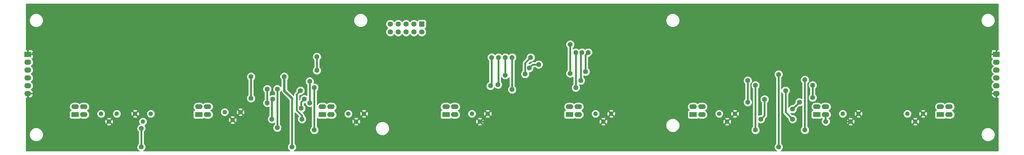
<source format=gbr>
G04 #@! TF.GenerationSoftware,KiCad,Pcbnew,no-vcs-found-96b3286~58~ubuntu16.04.1*
G04 #@! TF.CreationDate,2017-03-03T14:08:36+02:00*
G04 #@! TF.ProjectId,line-sensor,6C696E652D73656E736F722E6B696361,rev?*
G04 #@! TF.FileFunction,Copper,L2,Bot,Signal*
G04 #@! TF.FilePolarity,Positive*
%FSLAX46Y46*%
G04 Gerber Fmt 4.6, Leading zero omitted, Abs format (unit mm)*
G04 Created by KiCad (PCBNEW no-vcs-found-96b3286~58~ubuntu16.04.1) date Fri Mar  3 14:08:36 2017*
%MOMM*%
%LPD*%
G01*
G04 APERTURE LIST*
%ADD10C,0.100000*%
%ADD11O,2.200000X1.700000*%
%ADD12R,2.200000X1.700000*%
%ADD13R,1.700000X1.700000*%
%ADD14C,1.700000*%
%ADD15C,1.440000*%
%ADD16R,2.400000X1.600000*%
%ADD17O,2.400000X1.600000*%
%ADD18C,1.600000*%
%ADD19C,0.800000*%
%ADD20C,0.600000*%
%ADD21C,0.254000*%
G04 APERTURE END LIST*
D10*
D11*
X33270000Y-100700000D03*
X33270000Y-98160000D03*
X33270000Y-95620000D03*
X33270000Y-93080000D03*
X33270000Y-90540000D03*
D12*
X33270000Y-88000000D03*
X346730000Y-88000000D03*
D11*
X346730000Y-90540000D03*
X346730000Y-93080000D03*
X346730000Y-95620000D03*
X346730000Y-98160000D03*
X346730000Y-100700000D03*
D13*
X160760000Y-78200000D03*
D14*
X160760000Y-80740000D03*
X158220000Y-78200000D03*
X158220000Y-80740000D03*
X155680000Y-78200000D03*
X155680000Y-80740000D03*
X153140000Y-78200000D03*
X153140000Y-80740000D03*
X150600000Y-78200000D03*
X150600000Y-80740000D03*
D15*
X323000000Y-107250000D03*
X320460000Y-109790000D03*
X317920000Y-107250000D03*
X102080000Y-106710000D03*
X99540000Y-109250000D03*
X97000000Y-106710000D03*
X62080000Y-107250000D03*
X59540000Y-109790000D03*
X57000000Y-107250000D03*
X142080000Y-107250000D03*
X139540000Y-109790000D03*
X137000000Y-107250000D03*
X182080000Y-107250000D03*
X179540000Y-109790000D03*
X177000000Y-107250000D03*
X222080000Y-107250000D03*
X219540000Y-109790000D03*
X217000000Y-107250000D03*
X262080000Y-107250000D03*
X259540000Y-109790000D03*
X257000000Y-107250000D03*
X302080000Y-107250000D03*
X299540000Y-109790000D03*
X297000000Y-107250000D03*
X73080000Y-107250000D03*
X70540000Y-109790000D03*
X68000000Y-107250000D03*
D16*
X128600000Y-107520000D03*
D17*
X131400000Y-107520000D03*
X128600000Y-104980000D03*
X131400000Y-104980000D03*
D16*
X328600000Y-107520000D03*
D17*
X331400000Y-107520000D03*
X328600000Y-104980000D03*
X331400000Y-104980000D03*
D16*
X288600000Y-107520000D03*
D17*
X291400000Y-107520000D03*
X288600000Y-104980000D03*
X291400000Y-104980000D03*
D16*
X248600000Y-107520000D03*
D17*
X251400000Y-107520000D03*
X248600000Y-104980000D03*
X251400000Y-104980000D03*
D16*
X208600000Y-107520000D03*
D17*
X211400000Y-107520000D03*
X208600000Y-104980000D03*
X211400000Y-104980000D03*
D16*
X168600000Y-107520000D03*
D17*
X171400000Y-107520000D03*
X168600000Y-104980000D03*
X171400000Y-104980000D03*
D16*
X88600000Y-107520000D03*
D17*
X91400000Y-107520000D03*
X88600000Y-104980000D03*
X91400000Y-104980000D03*
D16*
X48600000Y-107520000D03*
D17*
X51400000Y-107520000D03*
X48600000Y-104980000D03*
X51400000Y-104980000D03*
D18*
X254000000Y-95000000D03*
X330000000Y-96000000D03*
X33400000Y-102600000D03*
X35400000Y-87800000D03*
X33400000Y-86000000D03*
X344600000Y-87000000D03*
X346600000Y-85400000D03*
X344400000Y-100800000D03*
X346600000Y-103200000D03*
X173000000Y-101799994D03*
X70800000Y-99000000D03*
X116000000Y-112200000D03*
X51000000Y-101200000D03*
X203800000Y-84800000D03*
X197400000Y-107000000D03*
X199000000Y-94400000D03*
X134000000Y-102500000D03*
X274750000Y-112500000D03*
X294000000Y-102000000D03*
X331000000Y-101250000D03*
X293500000Y-111000000D03*
X253500000Y-111250000D03*
X254000000Y-102250000D03*
X185750000Y-112250000D03*
X173250000Y-112500000D03*
X214250000Y-102500000D03*
X65000000Y-105500000D03*
X112500000Y-102500000D03*
X112250000Y-109000000D03*
X121500000Y-99750000D03*
X122000000Y-109000000D03*
X271707628Y-102579990D03*
X270500000Y-109000000D03*
X280750000Y-109000000D03*
X278500000Y-99749996D03*
X187800000Y-94750000D03*
X187800000Y-89000000D03*
X105500000Y-95250000D03*
X105500000Y-102250000D03*
X190000000Y-99400000D03*
X190000000Y-89000000D03*
X114000000Y-99250000D03*
X114000000Y-111750000D03*
X185400000Y-97800000D03*
X185600000Y-89000000D03*
X124500000Y-96750000D03*
X124500000Y-103750000D03*
X183000000Y-98200000D03*
X183400000Y-89000000D03*
X126000000Y-98749998D03*
X126000000Y-112500000D03*
X212200000Y-96500000D03*
X212600000Y-87400000D03*
X266250000Y-103500000D03*
X266250000Y-96500000D03*
X210600000Y-98800000D03*
X210600000Y-87400000D03*
X268750000Y-112500000D03*
X268750000Y-98000000D03*
X213800000Y-93600000D03*
X214600000Y-87400000D03*
X287250000Y-102000000D03*
X287250000Y-98000000D03*
X208800000Y-84800000D03*
X208800000Y-94200000D03*
X284750000Y-112500002D03*
X284749996Y-96250000D03*
X122750000Y-102500000D03*
X121750000Y-105500000D03*
X283000000Y-103500000D03*
X280750000Y-105750000D03*
X291500000Y-109750000D03*
X126800000Y-88800000D03*
X126800000Y-93200000D03*
X198600000Y-91300010D03*
X195600000Y-92400000D03*
X196000000Y-89000000D03*
X194199998Y-94400000D03*
X116250000Y-95249998D03*
X276250000Y-118000000D03*
X276250006Y-94500000D03*
X118750000Y-118000002D03*
X70000000Y-118000000D03*
X70000000Y-112000000D03*
X110750000Y-99250000D03*
X110750000Y-103750000D03*
D19*
X254000000Y-102250000D02*
X254000000Y-95000000D01*
X331000000Y-101250000D02*
X331000000Y-97000000D01*
X331000000Y-97000000D02*
X330000000Y-96000000D01*
D20*
X33270000Y-100700000D02*
X33270000Y-102470000D01*
X33270000Y-102470000D02*
X33400000Y-102600000D01*
X33270000Y-88000000D02*
X33270000Y-86130000D01*
X33270000Y-86130000D02*
X33400000Y-86000000D01*
X346730000Y-88000000D02*
X346730000Y-85530000D01*
X346730000Y-85530000D02*
X346600000Y-85400000D01*
X346730000Y-100700000D02*
X346730000Y-103070000D01*
X346730000Y-103070000D02*
X346600000Y-103200000D01*
X299540000Y-109790000D02*
X294710000Y-109790000D01*
X294710000Y-109790000D02*
X293500000Y-111000000D01*
X179540000Y-109790000D02*
X183290000Y-109790000D01*
X183290000Y-109790000D02*
X185750000Y-112250000D01*
X112250000Y-102750000D02*
X112500000Y-102500000D01*
X112250000Y-109000000D02*
X112250000Y-102750000D01*
X120250000Y-106118630D02*
X120250000Y-101000000D01*
X120250000Y-101000000D02*
X121500000Y-99750000D01*
X122000000Y-109000000D02*
X122000000Y-107868630D01*
X122000000Y-107868630D02*
X120250000Y-106118630D01*
X271707628Y-103711360D02*
X271707628Y-102579990D01*
X270500000Y-109000000D02*
X271707628Y-107792372D01*
X271707628Y-107792372D02*
X271707628Y-103711360D01*
X279950001Y-108200001D02*
X280750000Y-109000000D01*
X278500000Y-99749996D02*
X278500000Y-106750000D01*
X278500000Y-106750000D02*
X279950001Y-108200001D01*
X187800000Y-89000000D02*
X187800000Y-94750000D01*
X105500000Y-102250000D02*
X105500000Y-95250000D01*
X190000000Y-89000000D02*
X190000000Y-99400000D01*
X114000000Y-111750000D02*
X114000000Y-99250000D01*
X185600000Y-89000000D02*
X185600000Y-97600000D01*
X185600000Y-97600000D02*
X185400000Y-97800000D01*
X124500000Y-97250000D02*
X124500000Y-96750000D01*
X124500000Y-103750000D02*
X124500000Y-97250000D01*
X183400000Y-89000000D02*
X183400000Y-97800000D01*
X183400000Y-97800000D02*
X183000000Y-98200000D01*
X126000000Y-112500000D02*
X126000000Y-98749998D01*
X212200000Y-96500000D02*
X212200000Y-87800000D01*
X212200000Y-87800000D02*
X212600000Y-87400000D01*
X266250000Y-103500000D02*
X266250000Y-96500000D01*
X210600000Y-87400000D02*
X210600000Y-98800000D01*
X268750000Y-112500000D02*
X268750000Y-98000000D01*
X214600000Y-87400000D02*
X213800000Y-88200000D01*
X213800000Y-88200000D02*
X213800000Y-93600000D01*
X287250000Y-102000000D02*
X287250000Y-98000000D01*
X208800000Y-94200000D02*
X208800000Y-84800000D01*
X284750000Y-112500002D02*
X284750000Y-96250004D01*
X284750000Y-96250004D02*
X284749996Y-96250000D01*
X121750000Y-105500000D02*
X121750000Y-103500000D01*
X121750000Y-103500000D02*
X122750000Y-102500000D01*
X280750000Y-105750000D02*
X283000000Y-103500000D01*
X291400000Y-108920000D02*
X291400000Y-109650000D01*
X291400000Y-109650000D02*
X291500000Y-109750000D01*
X291400000Y-107520000D02*
X291400000Y-108920000D01*
X126800000Y-93200000D02*
X126800000Y-88800000D01*
X196699990Y-91300010D02*
X197468630Y-91300010D01*
X197468630Y-91300010D02*
X198600000Y-91300010D01*
X195600000Y-92400000D02*
X196699990Y-91300010D01*
X195200001Y-89799999D02*
X196000000Y-89000000D01*
X194199998Y-90800002D02*
X195200001Y-89799999D01*
X194199998Y-94400000D02*
X194199998Y-90800002D01*
D19*
X118750000Y-102250000D02*
X116250000Y-99750000D01*
X116250000Y-99750000D02*
X116250000Y-95249998D01*
X118750000Y-102500000D02*
X118750000Y-102250000D01*
D20*
X276250006Y-117999994D02*
X276250000Y-118000000D01*
X276250006Y-94500000D02*
X276250006Y-117999994D01*
X118750000Y-102500000D02*
X118750000Y-118000002D01*
X70000000Y-112000000D02*
X70000000Y-118000000D01*
X110750000Y-103750000D02*
X110750000Y-99250000D01*
D21*
G36*
X347290000Y-86515000D02*
X347015750Y-86515000D01*
X346857000Y-86673750D01*
X346857000Y-87873000D01*
X346877000Y-87873000D01*
X346877000Y-88127000D01*
X346857000Y-88127000D01*
X346857000Y-88147000D01*
X346603000Y-88147000D01*
X346603000Y-88127000D01*
X345153750Y-88127000D01*
X344995000Y-88285750D01*
X344995000Y-88976310D01*
X345091673Y-89209699D01*
X345270302Y-89388327D01*
X345441753Y-89459345D01*
X345395955Y-89489946D01*
X345074048Y-89971715D01*
X344961009Y-90540000D01*
X345074048Y-91108285D01*
X345395955Y-91590054D01*
X345725128Y-91810000D01*
X345395955Y-92029946D01*
X345074048Y-92511715D01*
X344961009Y-93080000D01*
X345074048Y-93648285D01*
X345395955Y-94130054D01*
X345725128Y-94350000D01*
X345395955Y-94569946D01*
X345074048Y-95051715D01*
X344961009Y-95620000D01*
X345074048Y-96188285D01*
X345395955Y-96670054D01*
X345725128Y-96890000D01*
X345395955Y-97109946D01*
X345074048Y-97591715D01*
X344961009Y-98160000D01*
X345074048Y-98728285D01*
X345395955Y-99210054D01*
X345724112Y-99429321D01*
X345346667Y-99724549D01*
X345059648Y-100232509D01*
X345038524Y-100343110D01*
X345159845Y-100573000D01*
X346603000Y-100573000D01*
X346603000Y-100553000D01*
X346857000Y-100553000D01*
X346857000Y-100573000D01*
X346877000Y-100573000D01*
X346877000Y-100827000D01*
X346857000Y-100827000D01*
X346857000Y-102031491D01*
X347091639Y-102191135D01*
X347290000Y-102136007D01*
X347290000Y-119290000D01*
X276885714Y-119290000D01*
X277061800Y-119217243D01*
X277465824Y-118813923D01*
X277684750Y-118286691D01*
X277685248Y-117715813D01*
X277467243Y-117188200D01*
X277185006Y-116905470D01*
X277185006Y-114442619D01*
X341764613Y-114442619D01*
X342104155Y-115264372D01*
X342732321Y-115893636D01*
X343553481Y-116234611D01*
X344442619Y-116235387D01*
X345264372Y-115895845D01*
X345893636Y-115267679D01*
X346234611Y-114446519D01*
X346235387Y-113557381D01*
X345895845Y-112735628D01*
X345267679Y-112106364D01*
X344446519Y-111765389D01*
X343557381Y-111764613D01*
X342735628Y-112104155D01*
X342106364Y-112732321D01*
X341765389Y-113553481D01*
X341764613Y-114442619D01*
X277185006Y-114442619D01*
X277185006Y-100325220D01*
X277282757Y-100561796D01*
X277565000Y-100844532D01*
X277565000Y-106750000D01*
X277636173Y-107107809D01*
X277838855Y-107411145D01*
X279315098Y-108887388D01*
X279314752Y-109284187D01*
X279532757Y-109811800D01*
X279936077Y-110215824D01*
X280463309Y-110434750D01*
X281034187Y-110435248D01*
X281561800Y-110217243D01*
X281965824Y-109813923D01*
X282184750Y-109286691D01*
X282185248Y-108715813D01*
X281967243Y-108188200D01*
X281563923Y-107784176D01*
X281036691Y-107565250D01*
X280637192Y-107564902D01*
X280110570Y-107038280D01*
X280463309Y-107184750D01*
X281034187Y-107185248D01*
X281561800Y-106967243D01*
X281965824Y-106563923D01*
X282184750Y-106036691D01*
X282185098Y-105637191D01*
X282887387Y-104934902D01*
X283284187Y-104935248D01*
X283811800Y-104717243D01*
X283815000Y-104714049D01*
X283815000Y-111405744D01*
X283534176Y-111686079D01*
X283315250Y-112213311D01*
X283314752Y-112784189D01*
X283532757Y-113311802D01*
X283936077Y-113715826D01*
X284463309Y-113934752D01*
X285034187Y-113935250D01*
X285561800Y-113717245D01*
X285965824Y-113313925D01*
X286184750Y-112786693D01*
X286185248Y-112215815D01*
X285967243Y-111688202D01*
X285685000Y-111405466D01*
X285685000Y-104980000D01*
X286729050Y-104980000D01*
X286838283Y-105529151D01*
X287149352Y-105994698D01*
X287296648Y-106093118D01*
X287152235Y-106121843D01*
X286942191Y-106262191D01*
X286801843Y-106472235D01*
X286752560Y-106720000D01*
X286752560Y-108320000D01*
X286801843Y-108567765D01*
X286942191Y-108777809D01*
X287152235Y-108918157D01*
X287400000Y-108967440D01*
X289800000Y-108967440D01*
X290047765Y-108918157D01*
X290257809Y-108777809D01*
X290274904Y-108752225D01*
X290390785Y-108829654D01*
X290284176Y-108936077D01*
X290065250Y-109463309D01*
X290064752Y-110034187D01*
X290282757Y-110561800D01*
X290686077Y-110965824D01*
X291213309Y-111184750D01*
X291784187Y-111185248D01*
X292311800Y-110967243D01*
X292539666Y-110739774D01*
X298769831Y-110739774D01*
X298834131Y-110977611D01*
X299342342Y-111157333D01*
X299880644Y-111128892D01*
X300245869Y-110977611D01*
X300310169Y-110739774D01*
X319689831Y-110739774D01*
X319754131Y-110977611D01*
X320262342Y-111157333D01*
X320800644Y-111128892D01*
X321165869Y-110977611D01*
X321230169Y-110739774D01*
X320460000Y-109969605D01*
X319689831Y-110739774D01*
X300310169Y-110739774D01*
X299540000Y-109969605D01*
X298769831Y-110739774D01*
X292539666Y-110739774D01*
X292715824Y-110563923D01*
X292934750Y-110036691D01*
X292935137Y-109592342D01*
X298172667Y-109592342D01*
X298201108Y-110130644D01*
X298352389Y-110495869D01*
X298590226Y-110560169D01*
X299360395Y-109790000D01*
X299719605Y-109790000D01*
X300489774Y-110560169D01*
X300727611Y-110495869D01*
X300907333Y-109987658D01*
X300886447Y-109592342D01*
X319092667Y-109592342D01*
X319121108Y-110130644D01*
X319272389Y-110495869D01*
X319510226Y-110560169D01*
X320280395Y-109790000D01*
X320639605Y-109790000D01*
X321409774Y-110560169D01*
X321647611Y-110495869D01*
X321827333Y-109987658D01*
X321798892Y-109449356D01*
X321647611Y-109084131D01*
X321409774Y-109019831D01*
X320639605Y-109790000D01*
X320280395Y-109790000D01*
X319510226Y-109019831D01*
X319272389Y-109084131D01*
X319092667Y-109592342D01*
X300886447Y-109592342D01*
X300878892Y-109449356D01*
X300727611Y-109084131D01*
X300489774Y-109019831D01*
X299719605Y-109790000D01*
X299360395Y-109790000D01*
X298590226Y-109019831D01*
X298352389Y-109084131D01*
X298172667Y-109592342D01*
X292935137Y-109592342D01*
X292935248Y-109465813D01*
X292717243Y-108938200D01*
X292619440Y-108840226D01*
X298769831Y-108840226D01*
X299540000Y-109610395D01*
X300310169Y-108840226D01*
X319689831Y-108840226D01*
X320460000Y-109610395D01*
X321230169Y-108840226D01*
X321165869Y-108602389D01*
X320657658Y-108422667D01*
X320119356Y-108451108D01*
X319754131Y-108602389D01*
X319689831Y-108840226D01*
X300310169Y-108840226D01*
X300245869Y-108602389D01*
X299737658Y-108422667D01*
X299199356Y-108451108D01*
X298834131Y-108602389D01*
X298769831Y-108840226D01*
X292619440Y-108840226D01*
X292528993Y-108749621D01*
X292850648Y-108534698D01*
X293161717Y-108069151D01*
X293270950Y-107520000D01*
X293270621Y-107518344D01*
X295644765Y-107518344D01*
X295850617Y-108016543D01*
X296231452Y-108398043D01*
X296729291Y-108604764D01*
X297268344Y-108605235D01*
X297766543Y-108399383D01*
X297966500Y-108199774D01*
X301309831Y-108199774D01*
X301374131Y-108437611D01*
X301882342Y-108617333D01*
X302420644Y-108588892D01*
X302785869Y-108437611D01*
X302850169Y-108199774D01*
X302080000Y-107429605D01*
X301309831Y-108199774D01*
X297966500Y-108199774D01*
X298148043Y-108018548D01*
X298354764Y-107520709D01*
X298355173Y-107052342D01*
X300712667Y-107052342D01*
X300741108Y-107590644D01*
X300892389Y-107955869D01*
X301130226Y-108020169D01*
X301900395Y-107250000D01*
X302259605Y-107250000D01*
X303029774Y-108020169D01*
X303267611Y-107955869D01*
X303422335Y-107518344D01*
X316564765Y-107518344D01*
X316770617Y-108016543D01*
X317151452Y-108398043D01*
X317649291Y-108604764D01*
X318188344Y-108605235D01*
X318686543Y-108399383D01*
X318886500Y-108199774D01*
X322229831Y-108199774D01*
X322294131Y-108437611D01*
X322802342Y-108617333D01*
X323340644Y-108588892D01*
X323705869Y-108437611D01*
X323770169Y-108199774D01*
X323000000Y-107429605D01*
X322229831Y-108199774D01*
X318886500Y-108199774D01*
X319068043Y-108018548D01*
X319274764Y-107520709D01*
X319275173Y-107052342D01*
X321632667Y-107052342D01*
X321661108Y-107590644D01*
X321812389Y-107955869D01*
X322050226Y-108020169D01*
X322820395Y-107250000D01*
X323179605Y-107250000D01*
X323949774Y-108020169D01*
X324187611Y-107955869D01*
X324367333Y-107447658D01*
X324338892Y-106909356D01*
X324187611Y-106544131D01*
X323949774Y-106479831D01*
X323179605Y-107250000D01*
X322820395Y-107250000D01*
X322050226Y-106479831D01*
X321812389Y-106544131D01*
X321632667Y-107052342D01*
X319275173Y-107052342D01*
X319275235Y-106981656D01*
X319069383Y-106483457D01*
X318886472Y-106300226D01*
X322229831Y-106300226D01*
X323000000Y-107070395D01*
X323770169Y-106300226D01*
X323705869Y-106062389D01*
X323197658Y-105882667D01*
X322659356Y-105911108D01*
X322294131Y-106062389D01*
X322229831Y-106300226D01*
X318886472Y-106300226D01*
X318688548Y-106101957D01*
X318190709Y-105895236D01*
X317651656Y-105894765D01*
X317153457Y-106100617D01*
X316771957Y-106481452D01*
X316565236Y-106979291D01*
X316564765Y-107518344D01*
X303422335Y-107518344D01*
X303447333Y-107447658D01*
X303418892Y-106909356D01*
X303267611Y-106544131D01*
X303029774Y-106479831D01*
X302259605Y-107250000D01*
X301900395Y-107250000D01*
X301130226Y-106479831D01*
X300892389Y-106544131D01*
X300712667Y-107052342D01*
X298355173Y-107052342D01*
X298355235Y-106981656D01*
X298149383Y-106483457D01*
X297966472Y-106300226D01*
X301309831Y-106300226D01*
X302080000Y-107070395D01*
X302850169Y-106300226D01*
X302785869Y-106062389D01*
X302277658Y-105882667D01*
X301739356Y-105911108D01*
X301374131Y-106062389D01*
X301309831Y-106300226D01*
X297966472Y-106300226D01*
X297768548Y-106101957D01*
X297270709Y-105895236D01*
X296731656Y-105894765D01*
X296233457Y-106100617D01*
X295851957Y-106481452D01*
X295645236Y-106979291D01*
X295644765Y-107518344D01*
X293270621Y-107518344D01*
X293161717Y-106970849D01*
X292850648Y-106505302D01*
X292468562Y-106250000D01*
X292850648Y-105994698D01*
X293161717Y-105529151D01*
X293270950Y-104980000D01*
X326729050Y-104980000D01*
X326838283Y-105529151D01*
X327149352Y-105994698D01*
X327296648Y-106093118D01*
X327152235Y-106121843D01*
X326942191Y-106262191D01*
X326801843Y-106472235D01*
X326752560Y-106720000D01*
X326752560Y-108320000D01*
X326801843Y-108567765D01*
X326942191Y-108777809D01*
X327152235Y-108918157D01*
X327400000Y-108967440D01*
X329800000Y-108967440D01*
X330047765Y-108918157D01*
X330257809Y-108777809D01*
X330274904Y-108752225D01*
X330414899Y-108845767D01*
X330964050Y-108955000D01*
X331835950Y-108955000D01*
X332385101Y-108845767D01*
X332850648Y-108534698D01*
X333161717Y-108069151D01*
X333270950Y-107520000D01*
X333161717Y-106970849D01*
X332850648Y-106505302D01*
X332468562Y-106250000D01*
X332850648Y-105994698D01*
X333161717Y-105529151D01*
X333270950Y-104980000D01*
X333161717Y-104430849D01*
X332850648Y-103965302D01*
X332385101Y-103654233D01*
X331835950Y-103545000D01*
X330964050Y-103545000D01*
X330414899Y-103654233D01*
X330000000Y-103931460D01*
X329585101Y-103654233D01*
X329035950Y-103545000D01*
X328164050Y-103545000D01*
X327614899Y-103654233D01*
X327149352Y-103965302D01*
X326838283Y-104430849D01*
X326729050Y-104980000D01*
X293270950Y-104980000D01*
X293161717Y-104430849D01*
X292850648Y-103965302D01*
X292385101Y-103654233D01*
X291835950Y-103545000D01*
X290964050Y-103545000D01*
X290414899Y-103654233D01*
X290000000Y-103931460D01*
X289585101Y-103654233D01*
X289035950Y-103545000D01*
X288164050Y-103545000D01*
X287614899Y-103654233D01*
X287149352Y-103965302D01*
X286838283Y-104430849D01*
X286729050Y-104980000D01*
X285685000Y-104980000D01*
X285685000Y-98284187D01*
X285814752Y-98284187D01*
X286032757Y-98811800D01*
X286315000Y-99094536D01*
X286315000Y-100905742D01*
X286034176Y-101186077D01*
X285815250Y-101713309D01*
X285814752Y-102284187D01*
X286032757Y-102811800D01*
X286436077Y-103215824D01*
X286963309Y-103434750D01*
X287534187Y-103435248D01*
X288061800Y-103217243D01*
X288465824Y-102813923D01*
X288684750Y-102286691D01*
X288685248Y-101715813D01*
X288467243Y-101188200D01*
X288336162Y-101056890D01*
X345038524Y-101056890D01*
X345059648Y-101167491D01*
X345346667Y-101675451D01*
X345806226Y-102034907D01*
X346368361Y-102191135D01*
X346603000Y-102031491D01*
X346603000Y-100827000D01*
X345159845Y-100827000D01*
X345038524Y-101056890D01*
X288336162Y-101056890D01*
X288185000Y-100905464D01*
X288185000Y-99094258D01*
X288465824Y-98813923D01*
X288684750Y-98286691D01*
X288685248Y-97715813D01*
X288467243Y-97188200D01*
X288063923Y-96784176D01*
X287536691Y-96565250D01*
X286965813Y-96564752D01*
X286438200Y-96782757D01*
X286034176Y-97186077D01*
X285815250Y-97713309D01*
X285814752Y-98284187D01*
X285685000Y-98284187D01*
X285685000Y-97344254D01*
X285965820Y-97063923D01*
X286184746Y-96536691D01*
X286185244Y-95965813D01*
X285967239Y-95438200D01*
X285563919Y-95034176D01*
X285036687Y-94815250D01*
X284465809Y-94814752D01*
X283938196Y-95032757D01*
X283534172Y-95436077D01*
X283315246Y-95963309D01*
X283314748Y-96534187D01*
X283532753Y-97061800D01*
X283815000Y-97344540D01*
X283815000Y-102285255D01*
X283813923Y-102284176D01*
X283286691Y-102065250D01*
X282715813Y-102064752D01*
X282188200Y-102282757D01*
X281784176Y-102686077D01*
X281565250Y-103213309D01*
X281564901Y-103612809D01*
X280862612Y-104315098D01*
X280465813Y-104314752D01*
X279938200Y-104532757D01*
X279534176Y-104936077D01*
X279435000Y-105174919D01*
X279435000Y-100844254D01*
X279715824Y-100563919D01*
X279934750Y-100036687D01*
X279935248Y-99465809D01*
X279717243Y-98938196D01*
X279313923Y-98534172D01*
X278786691Y-98315246D01*
X278215813Y-98314748D01*
X277688200Y-98532753D01*
X277284176Y-98936073D01*
X277185006Y-99174901D01*
X277185006Y-95594258D01*
X277465830Y-95313923D01*
X277684756Y-94786691D01*
X277685254Y-94215813D01*
X277467249Y-93688200D01*
X277063929Y-93284176D01*
X276536697Y-93065250D01*
X275965819Y-93064752D01*
X275438206Y-93282757D01*
X275034182Y-93686077D01*
X274815256Y-94213309D01*
X274814758Y-94784187D01*
X275032763Y-95311800D01*
X275315006Y-95594536D01*
X275315006Y-116905736D01*
X275034176Y-117186077D01*
X274815250Y-117713309D01*
X274814752Y-118284187D01*
X275032757Y-118811800D01*
X275436077Y-119215824D01*
X275614713Y-119290000D01*
X119385719Y-119290000D01*
X119561800Y-119217245D01*
X119965824Y-118813925D01*
X120184750Y-118286693D01*
X120185248Y-117715815D01*
X119967243Y-117188202D01*
X119685000Y-116905466D01*
X119685000Y-106875920D01*
X120889758Y-108080678D01*
X120784176Y-108186077D01*
X120565250Y-108713309D01*
X120564752Y-109284187D01*
X120782757Y-109811800D01*
X121186077Y-110215824D01*
X121713309Y-110434750D01*
X122284187Y-110435248D01*
X122811800Y-110217243D01*
X123215824Y-109813923D01*
X123434750Y-109286691D01*
X123435248Y-108715813D01*
X123217243Y-108188200D01*
X122935000Y-107905464D01*
X122935000Y-107868630D01*
X122863827Y-107510821D01*
X122661145Y-107207485D01*
X122285194Y-106831534D01*
X122561800Y-106717243D01*
X122965824Y-106313923D01*
X123184750Y-105786691D01*
X123185248Y-105215813D01*
X122967243Y-104688200D01*
X122685000Y-104405464D01*
X122685000Y-103934943D01*
X123034187Y-103935248D01*
X123064849Y-103922579D01*
X123064752Y-104034187D01*
X123282757Y-104561800D01*
X123686077Y-104965824D01*
X124213309Y-105184750D01*
X124784187Y-105185248D01*
X125065000Y-105069219D01*
X125065000Y-111405742D01*
X124784176Y-111686077D01*
X124565250Y-112213309D01*
X124564752Y-112784187D01*
X124782757Y-113311800D01*
X125186077Y-113715824D01*
X125713309Y-113934750D01*
X126284187Y-113935248D01*
X126811800Y-113717243D01*
X127215824Y-113313923D01*
X127434750Y-112786691D01*
X127435050Y-112442619D01*
X145764613Y-112442619D01*
X146104155Y-113264372D01*
X146732321Y-113893636D01*
X147553481Y-114234611D01*
X148442619Y-114235387D01*
X149264372Y-113895845D01*
X149893636Y-113267679D01*
X150234611Y-112446519D01*
X150235387Y-111557381D01*
X150187969Y-111442619D01*
X239764613Y-111442619D01*
X240104155Y-112264372D01*
X240732321Y-112893636D01*
X241553481Y-113234611D01*
X242442619Y-113235387D01*
X243264372Y-112895845D01*
X243893636Y-112267679D01*
X244234611Y-111446519D01*
X244235227Y-110739774D01*
X258769831Y-110739774D01*
X258834131Y-110977611D01*
X259342342Y-111157333D01*
X259880644Y-111128892D01*
X260245869Y-110977611D01*
X260310169Y-110739774D01*
X259540000Y-109969605D01*
X258769831Y-110739774D01*
X244235227Y-110739774D01*
X244235387Y-110557381D01*
X243895845Y-109735628D01*
X243752810Y-109592342D01*
X258172667Y-109592342D01*
X258201108Y-110130644D01*
X258352389Y-110495869D01*
X258590226Y-110560169D01*
X259360395Y-109790000D01*
X259719605Y-109790000D01*
X260489774Y-110560169D01*
X260727611Y-110495869D01*
X260907333Y-109987658D01*
X260878892Y-109449356D01*
X260727611Y-109084131D01*
X260489774Y-109019831D01*
X259719605Y-109790000D01*
X259360395Y-109790000D01*
X258590226Y-109019831D01*
X258352389Y-109084131D01*
X258172667Y-109592342D01*
X243752810Y-109592342D01*
X243267679Y-109106364D01*
X242446519Y-108765389D01*
X241557381Y-108764613D01*
X240735628Y-109104155D01*
X240106364Y-109732321D01*
X239765389Y-110553481D01*
X239764613Y-111442619D01*
X150187969Y-111442619D01*
X149897559Y-110739774D01*
X178769831Y-110739774D01*
X178834131Y-110977611D01*
X179342342Y-111157333D01*
X179880644Y-111128892D01*
X180245869Y-110977611D01*
X180310169Y-110739774D01*
X218769831Y-110739774D01*
X218834131Y-110977611D01*
X219342342Y-111157333D01*
X219880644Y-111128892D01*
X220245869Y-110977611D01*
X220310169Y-110739774D01*
X219540000Y-109969605D01*
X218769831Y-110739774D01*
X180310169Y-110739774D01*
X179540000Y-109969605D01*
X178769831Y-110739774D01*
X149897559Y-110739774D01*
X149895845Y-110735628D01*
X149267679Y-110106364D01*
X148446519Y-109765389D01*
X147557381Y-109764613D01*
X146735628Y-110104155D01*
X146106364Y-110732321D01*
X145765389Y-111553481D01*
X145764613Y-112442619D01*
X127435050Y-112442619D01*
X127435248Y-112215813D01*
X127217243Y-111688200D01*
X126935000Y-111405464D01*
X126935000Y-110739774D01*
X138769831Y-110739774D01*
X138834131Y-110977611D01*
X139342342Y-111157333D01*
X139880644Y-111128892D01*
X140245869Y-110977611D01*
X140310169Y-110739774D01*
X139540000Y-109969605D01*
X138769831Y-110739774D01*
X126935000Y-110739774D01*
X126935000Y-109592342D01*
X138172667Y-109592342D01*
X138201108Y-110130644D01*
X138352389Y-110495869D01*
X138590226Y-110560169D01*
X139360395Y-109790000D01*
X139719605Y-109790000D01*
X140489774Y-110560169D01*
X140727611Y-110495869D01*
X140907333Y-109987658D01*
X140886447Y-109592342D01*
X178172667Y-109592342D01*
X178201108Y-110130644D01*
X178352389Y-110495869D01*
X178590226Y-110560169D01*
X179360395Y-109790000D01*
X179719605Y-109790000D01*
X180489774Y-110560169D01*
X180727611Y-110495869D01*
X180907333Y-109987658D01*
X180886447Y-109592342D01*
X218172667Y-109592342D01*
X218201108Y-110130644D01*
X218352389Y-110495869D01*
X218590226Y-110560169D01*
X219360395Y-109790000D01*
X219719605Y-109790000D01*
X220489774Y-110560169D01*
X220727611Y-110495869D01*
X220907333Y-109987658D01*
X220878892Y-109449356D01*
X220727611Y-109084131D01*
X220489774Y-109019831D01*
X219719605Y-109790000D01*
X219360395Y-109790000D01*
X218590226Y-109019831D01*
X218352389Y-109084131D01*
X218172667Y-109592342D01*
X180886447Y-109592342D01*
X180878892Y-109449356D01*
X180727611Y-109084131D01*
X180489774Y-109019831D01*
X179719605Y-109790000D01*
X179360395Y-109790000D01*
X178590226Y-109019831D01*
X178352389Y-109084131D01*
X178172667Y-109592342D01*
X140886447Y-109592342D01*
X140878892Y-109449356D01*
X140727611Y-109084131D01*
X140489774Y-109019831D01*
X139719605Y-109790000D01*
X139360395Y-109790000D01*
X138590226Y-109019831D01*
X138352389Y-109084131D01*
X138172667Y-109592342D01*
X126935000Y-109592342D01*
X126935000Y-108767047D01*
X126942191Y-108777809D01*
X127152235Y-108918157D01*
X127400000Y-108967440D01*
X129800000Y-108967440D01*
X130047765Y-108918157D01*
X130257809Y-108777809D01*
X130274904Y-108752225D01*
X130414899Y-108845767D01*
X130964050Y-108955000D01*
X131835950Y-108955000D01*
X132385101Y-108845767D01*
X132393393Y-108840226D01*
X138769831Y-108840226D01*
X139540000Y-109610395D01*
X140310169Y-108840226D01*
X140245869Y-108602389D01*
X139737658Y-108422667D01*
X139199356Y-108451108D01*
X138834131Y-108602389D01*
X138769831Y-108840226D01*
X132393393Y-108840226D01*
X132850648Y-108534698D01*
X133161717Y-108069151D01*
X133270950Y-107520000D01*
X133270621Y-107518344D01*
X135644765Y-107518344D01*
X135850617Y-108016543D01*
X136231452Y-108398043D01*
X136729291Y-108604764D01*
X137268344Y-108605235D01*
X137766543Y-108399383D01*
X137966500Y-108199774D01*
X141309831Y-108199774D01*
X141374131Y-108437611D01*
X141882342Y-108617333D01*
X142420644Y-108588892D01*
X142785869Y-108437611D01*
X142850169Y-108199774D01*
X142080000Y-107429605D01*
X141309831Y-108199774D01*
X137966500Y-108199774D01*
X138148043Y-108018548D01*
X138354764Y-107520709D01*
X138355173Y-107052342D01*
X140712667Y-107052342D01*
X140741108Y-107590644D01*
X140892389Y-107955869D01*
X141130226Y-108020169D01*
X141900395Y-107250000D01*
X142259605Y-107250000D01*
X143029774Y-108020169D01*
X143267611Y-107955869D01*
X143447333Y-107447658D01*
X143418892Y-106909356D01*
X143267611Y-106544131D01*
X143029774Y-106479831D01*
X142259605Y-107250000D01*
X141900395Y-107250000D01*
X141130226Y-106479831D01*
X140892389Y-106544131D01*
X140712667Y-107052342D01*
X138355173Y-107052342D01*
X138355235Y-106981656D01*
X138149383Y-106483457D01*
X137966472Y-106300226D01*
X141309831Y-106300226D01*
X142080000Y-107070395D01*
X142850169Y-106300226D01*
X142785869Y-106062389D01*
X142277658Y-105882667D01*
X141739356Y-105911108D01*
X141374131Y-106062389D01*
X141309831Y-106300226D01*
X137966472Y-106300226D01*
X137768548Y-106101957D01*
X137270709Y-105895236D01*
X136731656Y-105894765D01*
X136233457Y-106100617D01*
X135851957Y-106481452D01*
X135645236Y-106979291D01*
X135644765Y-107518344D01*
X133270621Y-107518344D01*
X133161717Y-106970849D01*
X132850648Y-106505302D01*
X132468562Y-106250000D01*
X132850648Y-105994698D01*
X133161717Y-105529151D01*
X133270950Y-104980000D01*
X166729050Y-104980000D01*
X166838283Y-105529151D01*
X167149352Y-105994698D01*
X167296648Y-106093118D01*
X167152235Y-106121843D01*
X166942191Y-106262191D01*
X166801843Y-106472235D01*
X166752560Y-106720000D01*
X166752560Y-108320000D01*
X166801843Y-108567765D01*
X166942191Y-108777809D01*
X167152235Y-108918157D01*
X167400000Y-108967440D01*
X169800000Y-108967440D01*
X170047765Y-108918157D01*
X170257809Y-108777809D01*
X170274904Y-108752225D01*
X170414899Y-108845767D01*
X170964050Y-108955000D01*
X171835950Y-108955000D01*
X172385101Y-108845767D01*
X172393393Y-108840226D01*
X178769831Y-108840226D01*
X179540000Y-109610395D01*
X180310169Y-108840226D01*
X180245869Y-108602389D01*
X179737658Y-108422667D01*
X179199356Y-108451108D01*
X178834131Y-108602389D01*
X178769831Y-108840226D01*
X172393393Y-108840226D01*
X172850648Y-108534698D01*
X173161717Y-108069151D01*
X173270950Y-107520000D01*
X173270621Y-107518344D01*
X175644765Y-107518344D01*
X175850617Y-108016543D01*
X176231452Y-108398043D01*
X176729291Y-108604764D01*
X177268344Y-108605235D01*
X177766543Y-108399383D01*
X177966500Y-108199774D01*
X181309831Y-108199774D01*
X181374131Y-108437611D01*
X181882342Y-108617333D01*
X182420644Y-108588892D01*
X182785869Y-108437611D01*
X182850169Y-108199774D01*
X182080000Y-107429605D01*
X181309831Y-108199774D01*
X177966500Y-108199774D01*
X178148043Y-108018548D01*
X178354764Y-107520709D01*
X178355173Y-107052342D01*
X180712667Y-107052342D01*
X180741108Y-107590644D01*
X180892389Y-107955869D01*
X181130226Y-108020169D01*
X181900395Y-107250000D01*
X182259605Y-107250000D01*
X183029774Y-108020169D01*
X183267611Y-107955869D01*
X183447333Y-107447658D01*
X183418892Y-106909356D01*
X183267611Y-106544131D01*
X183029774Y-106479831D01*
X182259605Y-107250000D01*
X181900395Y-107250000D01*
X181130226Y-106479831D01*
X180892389Y-106544131D01*
X180712667Y-107052342D01*
X178355173Y-107052342D01*
X178355235Y-106981656D01*
X178149383Y-106483457D01*
X177966472Y-106300226D01*
X181309831Y-106300226D01*
X182080000Y-107070395D01*
X182850169Y-106300226D01*
X182785869Y-106062389D01*
X182277658Y-105882667D01*
X181739356Y-105911108D01*
X181374131Y-106062389D01*
X181309831Y-106300226D01*
X177966472Y-106300226D01*
X177768548Y-106101957D01*
X177270709Y-105895236D01*
X176731656Y-105894765D01*
X176233457Y-106100617D01*
X175851957Y-106481452D01*
X175645236Y-106979291D01*
X175644765Y-107518344D01*
X173270621Y-107518344D01*
X173161717Y-106970849D01*
X172850648Y-106505302D01*
X172468562Y-106250000D01*
X172850648Y-105994698D01*
X173161717Y-105529151D01*
X173270950Y-104980000D01*
X206729050Y-104980000D01*
X206838283Y-105529151D01*
X207149352Y-105994698D01*
X207296648Y-106093118D01*
X207152235Y-106121843D01*
X206942191Y-106262191D01*
X206801843Y-106472235D01*
X206752560Y-106720000D01*
X206752560Y-108320000D01*
X206801843Y-108567765D01*
X206942191Y-108777809D01*
X207152235Y-108918157D01*
X207400000Y-108967440D01*
X209800000Y-108967440D01*
X210047765Y-108918157D01*
X210257809Y-108777809D01*
X210274904Y-108752225D01*
X210414899Y-108845767D01*
X210964050Y-108955000D01*
X211835950Y-108955000D01*
X212385101Y-108845767D01*
X212393393Y-108840226D01*
X218769831Y-108840226D01*
X219540000Y-109610395D01*
X220310169Y-108840226D01*
X220245869Y-108602389D01*
X219737658Y-108422667D01*
X219199356Y-108451108D01*
X218834131Y-108602389D01*
X218769831Y-108840226D01*
X212393393Y-108840226D01*
X212850648Y-108534698D01*
X213161717Y-108069151D01*
X213270950Y-107520000D01*
X213270621Y-107518344D01*
X215644765Y-107518344D01*
X215850617Y-108016543D01*
X216231452Y-108398043D01*
X216729291Y-108604764D01*
X217268344Y-108605235D01*
X217766543Y-108399383D01*
X217966500Y-108199774D01*
X221309831Y-108199774D01*
X221374131Y-108437611D01*
X221882342Y-108617333D01*
X222420644Y-108588892D01*
X222785869Y-108437611D01*
X222850169Y-108199774D01*
X222080000Y-107429605D01*
X221309831Y-108199774D01*
X217966500Y-108199774D01*
X218148043Y-108018548D01*
X218354764Y-107520709D01*
X218355173Y-107052342D01*
X220712667Y-107052342D01*
X220741108Y-107590644D01*
X220892389Y-107955869D01*
X221130226Y-108020169D01*
X221900395Y-107250000D01*
X222259605Y-107250000D01*
X223029774Y-108020169D01*
X223267611Y-107955869D01*
X223447333Y-107447658D01*
X223418892Y-106909356D01*
X223267611Y-106544131D01*
X223029774Y-106479831D01*
X222259605Y-107250000D01*
X221900395Y-107250000D01*
X221130226Y-106479831D01*
X220892389Y-106544131D01*
X220712667Y-107052342D01*
X218355173Y-107052342D01*
X218355235Y-106981656D01*
X218149383Y-106483457D01*
X217966472Y-106300226D01*
X221309831Y-106300226D01*
X222080000Y-107070395D01*
X222850169Y-106300226D01*
X222785869Y-106062389D01*
X222277658Y-105882667D01*
X221739356Y-105911108D01*
X221374131Y-106062389D01*
X221309831Y-106300226D01*
X217966472Y-106300226D01*
X217768548Y-106101957D01*
X217270709Y-105895236D01*
X216731656Y-105894765D01*
X216233457Y-106100617D01*
X215851957Y-106481452D01*
X215645236Y-106979291D01*
X215644765Y-107518344D01*
X213270621Y-107518344D01*
X213161717Y-106970849D01*
X212850648Y-106505302D01*
X212468562Y-106250000D01*
X212850648Y-105994698D01*
X213161717Y-105529151D01*
X213270950Y-104980000D01*
X246729050Y-104980000D01*
X246838283Y-105529151D01*
X247149352Y-105994698D01*
X247296648Y-106093118D01*
X247152235Y-106121843D01*
X246942191Y-106262191D01*
X246801843Y-106472235D01*
X246752560Y-106720000D01*
X246752560Y-108320000D01*
X246801843Y-108567765D01*
X246942191Y-108777809D01*
X247152235Y-108918157D01*
X247400000Y-108967440D01*
X249800000Y-108967440D01*
X250047765Y-108918157D01*
X250257809Y-108777809D01*
X250274904Y-108752225D01*
X250414899Y-108845767D01*
X250964050Y-108955000D01*
X251835950Y-108955000D01*
X252385101Y-108845767D01*
X252393393Y-108840226D01*
X258769831Y-108840226D01*
X259540000Y-109610395D01*
X260310169Y-108840226D01*
X260245869Y-108602389D01*
X259737658Y-108422667D01*
X259199356Y-108451108D01*
X258834131Y-108602389D01*
X258769831Y-108840226D01*
X252393393Y-108840226D01*
X252850648Y-108534698D01*
X253161717Y-108069151D01*
X253270950Y-107520000D01*
X253270621Y-107518344D01*
X255644765Y-107518344D01*
X255850617Y-108016543D01*
X256231452Y-108398043D01*
X256729291Y-108604764D01*
X257268344Y-108605235D01*
X257766543Y-108399383D01*
X257966500Y-108199774D01*
X261309831Y-108199774D01*
X261374131Y-108437611D01*
X261882342Y-108617333D01*
X262420644Y-108588892D01*
X262785869Y-108437611D01*
X262850169Y-108199774D01*
X262080000Y-107429605D01*
X261309831Y-108199774D01*
X257966500Y-108199774D01*
X258148043Y-108018548D01*
X258354764Y-107520709D01*
X258355173Y-107052342D01*
X260712667Y-107052342D01*
X260741108Y-107590644D01*
X260892389Y-107955869D01*
X261130226Y-108020169D01*
X261900395Y-107250000D01*
X262259605Y-107250000D01*
X263029774Y-108020169D01*
X263267611Y-107955869D01*
X263447333Y-107447658D01*
X263418892Y-106909356D01*
X263267611Y-106544131D01*
X263029774Y-106479831D01*
X262259605Y-107250000D01*
X261900395Y-107250000D01*
X261130226Y-106479831D01*
X260892389Y-106544131D01*
X260712667Y-107052342D01*
X258355173Y-107052342D01*
X258355235Y-106981656D01*
X258149383Y-106483457D01*
X257966472Y-106300226D01*
X261309831Y-106300226D01*
X262080000Y-107070395D01*
X262850169Y-106300226D01*
X262785869Y-106062389D01*
X262277658Y-105882667D01*
X261739356Y-105911108D01*
X261374131Y-106062389D01*
X261309831Y-106300226D01*
X257966472Y-106300226D01*
X257768548Y-106101957D01*
X257270709Y-105895236D01*
X256731656Y-105894765D01*
X256233457Y-106100617D01*
X255851957Y-106481452D01*
X255645236Y-106979291D01*
X255644765Y-107518344D01*
X253270621Y-107518344D01*
X253161717Y-106970849D01*
X252850648Y-106505302D01*
X252468562Y-106250000D01*
X252850648Y-105994698D01*
X253161717Y-105529151D01*
X253270950Y-104980000D01*
X253161717Y-104430849D01*
X252850648Y-103965302D01*
X252385101Y-103654233D01*
X251835950Y-103545000D01*
X250964050Y-103545000D01*
X250414899Y-103654233D01*
X250000000Y-103931460D01*
X249585101Y-103654233D01*
X249035950Y-103545000D01*
X248164050Y-103545000D01*
X247614899Y-103654233D01*
X247149352Y-103965302D01*
X246838283Y-104430849D01*
X246729050Y-104980000D01*
X213270950Y-104980000D01*
X213161717Y-104430849D01*
X212850648Y-103965302D01*
X212385101Y-103654233D01*
X211835950Y-103545000D01*
X210964050Y-103545000D01*
X210414899Y-103654233D01*
X210000000Y-103931460D01*
X209585101Y-103654233D01*
X209035950Y-103545000D01*
X208164050Y-103545000D01*
X207614899Y-103654233D01*
X207149352Y-103965302D01*
X206838283Y-104430849D01*
X206729050Y-104980000D01*
X173270950Y-104980000D01*
X173161717Y-104430849D01*
X172850648Y-103965302D01*
X172385101Y-103654233D01*
X171835950Y-103545000D01*
X170964050Y-103545000D01*
X170414899Y-103654233D01*
X170000000Y-103931460D01*
X169585101Y-103654233D01*
X169035950Y-103545000D01*
X168164050Y-103545000D01*
X167614899Y-103654233D01*
X167149352Y-103965302D01*
X166838283Y-104430849D01*
X166729050Y-104980000D01*
X133270950Y-104980000D01*
X133161717Y-104430849D01*
X132850648Y-103965302D01*
X132385101Y-103654233D01*
X131835950Y-103545000D01*
X130964050Y-103545000D01*
X130414899Y-103654233D01*
X130000000Y-103931460D01*
X129585101Y-103654233D01*
X129035950Y-103545000D01*
X128164050Y-103545000D01*
X127614899Y-103654233D01*
X127149352Y-103965302D01*
X126935000Y-104286102D01*
X126935000Y-99844256D01*
X127215824Y-99563921D01*
X127434750Y-99036689D01*
X127435231Y-98484187D01*
X181564752Y-98484187D01*
X181782757Y-99011800D01*
X182186077Y-99415824D01*
X182713309Y-99634750D01*
X183284187Y-99635248D01*
X183811800Y-99417243D01*
X184215824Y-99013923D01*
X184324034Y-98753324D01*
X184586077Y-99015824D01*
X185113309Y-99234750D01*
X185684187Y-99235248D01*
X186211800Y-99017243D01*
X186615824Y-98613923D01*
X186834750Y-98086691D01*
X186835248Y-97515813D01*
X186617243Y-96988200D01*
X186535000Y-96905813D01*
X186535000Y-95446219D01*
X186582757Y-95561800D01*
X186986077Y-95965824D01*
X187513309Y-96184750D01*
X188084187Y-96185248D01*
X188611800Y-95967243D01*
X189015824Y-95563923D01*
X189065000Y-95445494D01*
X189065000Y-98305742D01*
X188784176Y-98586077D01*
X188565250Y-99113309D01*
X188564752Y-99684187D01*
X188782757Y-100211800D01*
X189186077Y-100615824D01*
X189713309Y-100834750D01*
X190284187Y-100835248D01*
X190811800Y-100617243D01*
X191215824Y-100213923D01*
X191434750Y-99686691D01*
X191435248Y-99115813D01*
X191217243Y-98588200D01*
X190935000Y-98305464D01*
X190935000Y-94684187D01*
X192764750Y-94684187D01*
X192982755Y-95211800D01*
X193386075Y-95615824D01*
X193913307Y-95834750D01*
X194484185Y-95835248D01*
X195011798Y-95617243D01*
X195415822Y-95213923D01*
X195634748Y-94686691D01*
X195635246Y-94115813D01*
X195519187Y-93834930D01*
X195884187Y-93835248D01*
X196411800Y-93617243D01*
X196815824Y-93213923D01*
X197034750Y-92686691D01*
X197035098Y-92287192D01*
X197087280Y-92235010D01*
X197505742Y-92235010D01*
X197786077Y-92515834D01*
X198313309Y-92734760D01*
X198884187Y-92735258D01*
X199411800Y-92517253D01*
X199815824Y-92113933D01*
X200034750Y-91586701D01*
X200035248Y-91015823D01*
X199817243Y-90488210D01*
X199413923Y-90084186D01*
X198886691Y-89865260D01*
X198315813Y-89864762D01*
X197788200Y-90082767D01*
X197505464Y-90365010D01*
X196699990Y-90365010D01*
X196342181Y-90436183D01*
X196038845Y-90638865D01*
X195712612Y-90965098D01*
X195357502Y-90964788D01*
X195887388Y-90434902D01*
X196284187Y-90435248D01*
X196811800Y-90217243D01*
X197215824Y-89813923D01*
X197434750Y-89286691D01*
X197435248Y-88715813D01*
X197217243Y-88188200D01*
X196813923Y-87784176D01*
X196286691Y-87565250D01*
X195715813Y-87564752D01*
X195188200Y-87782757D01*
X194784176Y-88186077D01*
X194565250Y-88713309D01*
X194564902Y-89112808D01*
X193538853Y-90138857D01*
X193336171Y-90442193D01*
X193264998Y-90800002D01*
X193264998Y-93305742D01*
X192984174Y-93586077D01*
X192765248Y-94113309D01*
X192764750Y-94684187D01*
X190935000Y-94684187D01*
X190935000Y-90094258D01*
X191215824Y-89813923D01*
X191434750Y-89286691D01*
X191435248Y-88715813D01*
X191217243Y-88188200D01*
X190813923Y-87784176D01*
X190286691Y-87565250D01*
X189715813Y-87564752D01*
X189188200Y-87782757D01*
X188899851Y-88070603D01*
X188613923Y-87784176D01*
X188086691Y-87565250D01*
X187515813Y-87564752D01*
X186988200Y-87782757D01*
X186699851Y-88070603D01*
X186413923Y-87784176D01*
X185886691Y-87565250D01*
X185315813Y-87564752D01*
X184788200Y-87782757D01*
X184499851Y-88070603D01*
X184213923Y-87784176D01*
X183686691Y-87565250D01*
X183115813Y-87564752D01*
X182588200Y-87782757D01*
X182184176Y-88186077D01*
X181965250Y-88713309D01*
X181964752Y-89284187D01*
X182182757Y-89811800D01*
X182465000Y-90094536D01*
X182465000Y-96868386D01*
X182188200Y-96982757D01*
X181784176Y-97386077D01*
X181565250Y-97913309D01*
X181564752Y-98484187D01*
X127435231Y-98484187D01*
X127435248Y-98465811D01*
X127217243Y-97938198D01*
X126813923Y-97534174D01*
X126286691Y-97315248D01*
X125819252Y-97314840D01*
X125934750Y-97036691D01*
X125935248Y-96465813D01*
X125717243Y-95938200D01*
X125313923Y-95534176D01*
X124786691Y-95315250D01*
X124215813Y-95314752D01*
X123688200Y-95532757D01*
X123284176Y-95936077D01*
X123065250Y-96463309D01*
X123064752Y-97034187D01*
X123282757Y-97561800D01*
X123565000Y-97844536D01*
X123565000Y-101285255D01*
X123563923Y-101284176D01*
X123036691Y-101065250D01*
X122465813Y-101064752D01*
X121938200Y-101282757D01*
X121534176Y-101686077D01*
X121315250Y-102213309D01*
X121314902Y-102612808D01*
X121185000Y-102742710D01*
X121185000Y-101387290D01*
X121387388Y-101184902D01*
X121784187Y-101185248D01*
X122311800Y-100967243D01*
X122715824Y-100563923D01*
X122934750Y-100036691D01*
X122935248Y-99465813D01*
X122717243Y-98938200D01*
X122313923Y-98534176D01*
X121786691Y-98315250D01*
X121215813Y-98314752D01*
X120688200Y-98532757D01*
X120284176Y-98936077D01*
X120065250Y-99463309D01*
X120064902Y-99862808D01*
X119588855Y-100338855D01*
X119386173Y-100642191D01*
X119315000Y-101000000D01*
X119315000Y-101351289D01*
X117285000Y-99321288D01*
X117285000Y-96244430D01*
X117465824Y-96063921D01*
X117684750Y-95536689D01*
X117685248Y-94965811D01*
X117467243Y-94438198D01*
X117063923Y-94034174D01*
X116536691Y-93815248D01*
X115965813Y-93814750D01*
X115438200Y-94032755D01*
X115034176Y-94436075D01*
X114815250Y-94963307D01*
X114814752Y-95534185D01*
X115032757Y-96061798D01*
X115215000Y-96244359D01*
X115215000Y-98435953D01*
X114813923Y-98034176D01*
X114286691Y-97815250D01*
X113715813Y-97814752D01*
X113188200Y-98032757D01*
X112784176Y-98436077D01*
X112565250Y-98963309D01*
X112564752Y-99534187D01*
X112782757Y-100061800D01*
X113065000Y-100344536D01*
X113065000Y-101180814D01*
X112786691Y-101065250D01*
X112215813Y-101064752D01*
X111688200Y-101282757D01*
X111685000Y-101285951D01*
X111685000Y-100344258D01*
X111965824Y-100063923D01*
X112184750Y-99536691D01*
X112185248Y-98965813D01*
X111967243Y-98438200D01*
X111563923Y-98034176D01*
X111036691Y-97815250D01*
X110465813Y-97814752D01*
X109938200Y-98032757D01*
X109534176Y-98436077D01*
X109315250Y-98963309D01*
X109314752Y-99534187D01*
X109532757Y-100061800D01*
X109815000Y-100344536D01*
X109815000Y-102655742D01*
X109534176Y-102936077D01*
X109315250Y-103463309D01*
X109314752Y-104034187D01*
X109532757Y-104561800D01*
X109936077Y-104965824D01*
X110463309Y-105184750D01*
X111034187Y-105185248D01*
X111315000Y-105069219D01*
X111315000Y-107905742D01*
X111034176Y-108186077D01*
X110815250Y-108713309D01*
X110814752Y-109284187D01*
X111032757Y-109811800D01*
X111436077Y-110215824D01*
X111963309Y-110434750D01*
X112534187Y-110435248D01*
X113061800Y-110217243D01*
X113065000Y-110214049D01*
X113065000Y-110655742D01*
X112784176Y-110936077D01*
X112565250Y-111463309D01*
X112564752Y-112034187D01*
X112782757Y-112561800D01*
X113186077Y-112965824D01*
X113713309Y-113184750D01*
X114284187Y-113185248D01*
X114811800Y-112967243D01*
X115215824Y-112563923D01*
X115434750Y-112036691D01*
X115435248Y-111465813D01*
X115217243Y-110938200D01*
X114935000Y-110655464D01*
X114935000Y-100344258D01*
X115215824Y-100063923D01*
X115257486Y-99963591D01*
X115293785Y-100146077D01*
X115518144Y-100481856D01*
X117759375Y-102723086D01*
X117793785Y-102896077D01*
X117815000Y-102927828D01*
X117815000Y-116905744D01*
X117534176Y-117186079D01*
X117315250Y-117713311D01*
X117314752Y-118284189D01*
X117532757Y-118811802D01*
X117936077Y-119215826D01*
X118114708Y-119290000D01*
X70635714Y-119290000D01*
X70811800Y-119217243D01*
X71215824Y-118813923D01*
X71434750Y-118286691D01*
X71435248Y-117715813D01*
X71217243Y-117188200D01*
X70935000Y-116905464D01*
X70935000Y-113094258D01*
X71215824Y-112813923D01*
X71434750Y-112286691D01*
X71435248Y-111715813D01*
X71217243Y-111188200D01*
X71067470Y-111038166D01*
X71306543Y-110939383D01*
X71688043Y-110558548D01*
X71837019Y-110199774D01*
X98769831Y-110199774D01*
X98834131Y-110437611D01*
X99342342Y-110617333D01*
X99880644Y-110588892D01*
X100245869Y-110437611D01*
X100310169Y-110199774D01*
X99540000Y-109429605D01*
X98769831Y-110199774D01*
X71837019Y-110199774D01*
X71894764Y-110060709D01*
X71895235Y-109521656D01*
X71701319Y-109052342D01*
X98172667Y-109052342D01*
X98201108Y-109590644D01*
X98352389Y-109955869D01*
X98590226Y-110020169D01*
X99360395Y-109250000D01*
X99719605Y-109250000D01*
X100489774Y-110020169D01*
X100727611Y-109955869D01*
X100907333Y-109447658D01*
X100878892Y-108909356D01*
X100727611Y-108544131D01*
X100489774Y-108479831D01*
X99719605Y-109250000D01*
X99360395Y-109250000D01*
X98590226Y-108479831D01*
X98352389Y-108544131D01*
X98172667Y-109052342D01*
X71701319Y-109052342D01*
X71689383Y-109023457D01*
X71308548Y-108641957D01*
X70810709Y-108435236D01*
X70271656Y-108434765D01*
X69773457Y-108640617D01*
X69391957Y-109021452D01*
X69185236Y-109519291D01*
X69184765Y-110058344D01*
X69390617Y-110556543D01*
X69491383Y-110657485D01*
X69188200Y-110782757D01*
X68784176Y-111186077D01*
X68565250Y-111713309D01*
X68564752Y-112284187D01*
X68782757Y-112811800D01*
X69065000Y-113094536D01*
X69065000Y-116905742D01*
X68784176Y-117186077D01*
X68565250Y-117713309D01*
X68564752Y-118284187D01*
X68782757Y-118811800D01*
X69186077Y-119215824D01*
X69364713Y-119290000D01*
X32710000Y-119290000D01*
X32710000Y-114442619D01*
X33764613Y-114442619D01*
X34104155Y-115264372D01*
X34732321Y-115893636D01*
X35553481Y-116234611D01*
X36442619Y-116235387D01*
X37264372Y-115895845D01*
X37893636Y-115267679D01*
X38234611Y-114446519D01*
X38235387Y-113557381D01*
X37895845Y-112735628D01*
X37267679Y-112106364D01*
X36446519Y-111765389D01*
X35557381Y-111764613D01*
X34735628Y-112104155D01*
X34106364Y-112732321D01*
X33765389Y-113553481D01*
X33764613Y-114442619D01*
X32710000Y-114442619D01*
X32710000Y-110739774D01*
X58769831Y-110739774D01*
X58834131Y-110977611D01*
X59342342Y-111157333D01*
X59880644Y-111128892D01*
X60245869Y-110977611D01*
X60310169Y-110739774D01*
X59540000Y-109969605D01*
X58769831Y-110739774D01*
X32710000Y-110739774D01*
X32710000Y-109592342D01*
X58172667Y-109592342D01*
X58201108Y-110130644D01*
X58352389Y-110495869D01*
X58590226Y-110560169D01*
X59360395Y-109790000D01*
X59719605Y-109790000D01*
X60489774Y-110560169D01*
X60727611Y-110495869D01*
X60907333Y-109987658D01*
X60878892Y-109449356D01*
X60727611Y-109084131D01*
X60489774Y-109019831D01*
X59719605Y-109790000D01*
X59360395Y-109790000D01*
X58590226Y-109019831D01*
X58352389Y-109084131D01*
X58172667Y-109592342D01*
X32710000Y-109592342D01*
X32710000Y-104980000D01*
X46729050Y-104980000D01*
X46838283Y-105529151D01*
X47149352Y-105994698D01*
X47296648Y-106093118D01*
X47152235Y-106121843D01*
X46942191Y-106262191D01*
X46801843Y-106472235D01*
X46752560Y-106720000D01*
X46752560Y-108320000D01*
X46801843Y-108567765D01*
X46942191Y-108777809D01*
X47152235Y-108918157D01*
X47400000Y-108967440D01*
X49800000Y-108967440D01*
X50047765Y-108918157D01*
X50257809Y-108777809D01*
X50274904Y-108752225D01*
X50414899Y-108845767D01*
X50964050Y-108955000D01*
X51835950Y-108955000D01*
X52385101Y-108845767D01*
X52393393Y-108840226D01*
X58769831Y-108840226D01*
X59540000Y-109610395D01*
X60310169Y-108840226D01*
X60245869Y-108602389D01*
X59737658Y-108422667D01*
X59199356Y-108451108D01*
X58834131Y-108602389D01*
X58769831Y-108840226D01*
X52393393Y-108840226D01*
X52850648Y-108534698D01*
X53161717Y-108069151D01*
X53270950Y-107520000D01*
X53270621Y-107518344D01*
X55644765Y-107518344D01*
X55850617Y-108016543D01*
X56231452Y-108398043D01*
X56729291Y-108604764D01*
X57268344Y-108605235D01*
X57766543Y-108399383D01*
X58148043Y-108018548D01*
X58354764Y-107520709D01*
X58354766Y-107518344D01*
X60724765Y-107518344D01*
X60930617Y-108016543D01*
X61311452Y-108398043D01*
X61809291Y-108604764D01*
X62348344Y-108605235D01*
X62846543Y-108399383D01*
X63046500Y-108199774D01*
X67229831Y-108199774D01*
X67294131Y-108437611D01*
X67802342Y-108617333D01*
X68340644Y-108588892D01*
X68705869Y-108437611D01*
X68770169Y-108199774D01*
X68000000Y-107429605D01*
X67229831Y-108199774D01*
X63046500Y-108199774D01*
X63228043Y-108018548D01*
X63434764Y-107520709D01*
X63435173Y-107052342D01*
X66632667Y-107052342D01*
X66661108Y-107590644D01*
X66812389Y-107955869D01*
X67050226Y-108020169D01*
X67820395Y-107250000D01*
X68179605Y-107250000D01*
X68949774Y-108020169D01*
X69187611Y-107955869D01*
X69342335Y-107518344D01*
X71724765Y-107518344D01*
X71930617Y-108016543D01*
X72311452Y-108398043D01*
X72809291Y-108604764D01*
X73348344Y-108605235D01*
X73846543Y-108399383D01*
X74228043Y-108018548D01*
X74434764Y-107520709D01*
X74435235Y-106981656D01*
X74229383Y-106483457D01*
X73848548Y-106101957D01*
X73350709Y-105895236D01*
X72811656Y-105894765D01*
X72313457Y-106100617D01*
X71931957Y-106481452D01*
X71725236Y-106979291D01*
X71724765Y-107518344D01*
X69342335Y-107518344D01*
X69367333Y-107447658D01*
X69338892Y-106909356D01*
X69187611Y-106544131D01*
X68949774Y-106479831D01*
X68179605Y-107250000D01*
X67820395Y-107250000D01*
X67050226Y-106479831D01*
X66812389Y-106544131D01*
X66632667Y-107052342D01*
X63435173Y-107052342D01*
X63435235Y-106981656D01*
X63229383Y-106483457D01*
X63046472Y-106300226D01*
X67229831Y-106300226D01*
X68000000Y-107070395D01*
X68770169Y-106300226D01*
X68705869Y-106062389D01*
X68197658Y-105882667D01*
X67659356Y-105911108D01*
X67294131Y-106062389D01*
X67229831Y-106300226D01*
X63046472Y-106300226D01*
X62848548Y-106101957D01*
X62350709Y-105895236D01*
X61811656Y-105894765D01*
X61313457Y-106100617D01*
X60931957Y-106481452D01*
X60725236Y-106979291D01*
X60724765Y-107518344D01*
X58354766Y-107518344D01*
X58355235Y-106981656D01*
X58149383Y-106483457D01*
X57768548Y-106101957D01*
X57270709Y-105895236D01*
X56731656Y-105894765D01*
X56233457Y-106100617D01*
X55851957Y-106481452D01*
X55645236Y-106979291D01*
X55644765Y-107518344D01*
X53270621Y-107518344D01*
X53161717Y-106970849D01*
X52850648Y-106505302D01*
X52468562Y-106250000D01*
X52850648Y-105994698D01*
X53161717Y-105529151D01*
X53270950Y-104980000D01*
X86729050Y-104980000D01*
X86838283Y-105529151D01*
X87149352Y-105994698D01*
X87296648Y-106093118D01*
X87152235Y-106121843D01*
X86942191Y-106262191D01*
X86801843Y-106472235D01*
X86752560Y-106720000D01*
X86752560Y-108320000D01*
X86801843Y-108567765D01*
X86942191Y-108777809D01*
X87152235Y-108918157D01*
X87400000Y-108967440D01*
X89800000Y-108967440D01*
X90047765Y-108918157D01*
X90257809Y-108777809D01*
X90274904Y-108752225D01*
X90414899Y-108845767D01*
X90964050Y-108955000D01*
X91835950Y-108955000D01*
X92385101Y-108845767D01*
X92850648Y-108534698D01*
X93007317Y-108300226D01*
X98769831Y-108300226D01*
X99540000Y-109070395D01*
X100310169Y-108300226D01*
X100245869Y-108062389D01*
X99737658Y-107882667D01*
X99199356Y-107911108D01*
X98834131Y-108062389D01*
X98769831Y-108300226D01*
X93007317Y-108300226D01*
X93161717Y-108069151D01*
X93270950Y-107520000D01*
X93163208Y-106978344D01*
X95644765Y-106978344D01*
X95850617Y-107476543D01*
X96231452Y-107858043D01*
X96729291Y-108064764D01*
X97268344Y-108065235D01*
X97766543Y-107859383D01*
X97966500Y-107659774D01*
X101309831Y-107659774D01*
X101374131Y-107897611D01*
X101882342Y-108077333D01*
X102420644Y-108048892D01*
X102785869Y-107897611D01*
X102850169Y-107659774D01*
X102080000Y-106889605D01*
X101309831Y-107659774D01*
X97966500Y-107659774D01*
X98148043Y-107478548D01*
X98354764Y-106980709D01*
X98355173Y-106512342D01*
X100712667Y-106512342D01*
X100741108Y-107050644D01*
X100892389Y-107415869D01*
X101130226Y-107480169D01*
X101900395Y-106710000D01*
X102259605Y-106710000D01*
X103029774Y-107480169D01*
X103267611Y-107415869D01*
X103447333Y-106907658D01*
X103418892Y-106369356D01*
X103267611Y-106004131D01*
X103029774Y-105939831D01*
X102259605Y-106710000D01*
X101900395Y-106710000D01*
X101130226Y-105939831D01*
X100892389Y-106004131D01*
X100712667Y-106512342D01*
X98355173Y-106512342D01*
X98355235Y-106441656D01*
X98149383Y-105943457D01*
X97966472Y-105760226D01*
X101309831Y-105760226D01*
X102080000Y-106530395D01*
X102850169Y-105760226D01*
X102785869Y-105522389D01*
X102277658Y-105342667D01*
X101739356Y-105371108D01*
X101374131Y-105522389D01*
X101309831Y-105760226D01*
X97966472Y-105760226D01*
X97768548Y-105561957D01*
X97270709Y-105355236D01*
X96731656Y-105354765D01*
X96233457Y-105560617D01*
X95851957Y-105941452D01*
X95645236Y-106439291D01*
X95644765Y-106978344D01*
X93163208Y-106978344D01*
X93161717Y-106970849D01*
X92850648Y-106505302D01*
X92468562Y-106250000D01*
X92850648Y-105994698D01*
X93161717Y-105529151D01*
X93270950Y-104980000D01*
X93161717Y-104430849D01*
X92850648Y-103965302D01*
X92385101Y-103654233D01*
X91835950Y-103545000D01*
X90964050Y-103545000D01*
X90414899Y-103654233D01*
X90000000Y-103931460D01*
X89585101Y-103654233D01*
X89035950Y-103545000D01*
X88164050Y-103545000D01*
X87614899Y-103654233D01*
X87149352Y-103965302D01*
X86838283Y-104430849D01*
X86729050Y-104980000D01*
X53270950Y-104980000D01*
X53161717Y-104430849D01*
X52850648Y-103965302D01*
X52385101Y-103654233D01*
X51835950Y-103545000D01*
X50964050Y-103545000D01*
X50414899Y-103654233D01*
X50000000Y-103931460D01*
X49585101Y-103654233D01*
X49035950Y-103545000D01*
X48164050Y-103545000D01*
X47614899Y-103654233D01*
X47149352Y-103965302D01*
X46838283Y-104430849D01*
X46729050Y-104980000D01*
X32710000Y-104980000D01*
X32710000Y-102136007D01*
X32908361Y-102191135D01*
X33143000Y-102031491D01*
X33143000Y-100827000D01*
X33397000Y-100827000D01*
X33397000Y-102031491D01*
X33631639Y-102191135D01*
X34193774Y-102034907D01*
X34653333Y-101675451D01*
X34940352Y-101167491D01*
X34961476Y-101056890D01*
X34840155Y-100827000D01*
X33397000Y-100827000D01*
X33143000Y-100827000D01*
X33123000Y-100827000D01*
X33123000Y-100573000D01*
X33143000Y-100573000D01*
X33143000Y-100553000D01*
X33397000Y-100553000D01*
X33397000Y-100573000D01*
X34840155Y-100573000D01*
X34961476Y-100343110D01*
X34940352Y-100232509D01*
X34653333Y-99724549D01*
X34275888Y-99429321D01*
X34604045Y-99210054D01*
X34925952Y-98728285D01*
X35038991Y-98160000D01*
X34925952Y-97591715D01*
X34604045Y-97109946D01*
X34274872Y-96890000D01*
X34604045Y-96670054D01*
X34925952Y-96188285D01*
X35038991Y-95620000D01*
X35021922Y-95534187D01*
X104064752Y-95534187D01*
X104282757Y-96061800D01*
X104565000Y-96344536D01*
X104565000Y-101155742D01*
X104284176Y-101436077D01*
X104065250Y-101963309D01*
X104064752Y-102534187D01*
X104282757Y-103061800D01*
X104686077Y-103465824D01*
X105213309Y-103684750D01*
X105784187Y-103685248D01*
X106311800Y-103467243D01*
X106715824Y-103063923D01*
X106934750Y-102536691D01*
X106935248Y-101965813D01*
X106717243Y-101438200D01*
X106435000Y-101155464D01*
X106435000Y-96344258D01*
X106715824Y-96063923D01*
X106934750Y-95536691D01*
X106935248Y-94965813D01*
X106717243Y-94438200D01*
X106313923Y-94034176D01*
X105786691Y-93815250D01*
X105215813Y-93814752D01*
X104688200Y-94032757D01*
X104284176Y-94436077D01*
X104065250Y-94963309D01*
X104064752Y-95534187D01*
X35021922Y-95534187D01*
X34925952Y-95051715D01*
X34604045Y-94569946D01*
X34274872Y-94350000D01*
X34604045Y-94130054D01*
X34925952Y-93648285D01*
X35038991Y-93080000D01*
X34925952Y-92511715D01*
X34604045Y-92029946D01*
X34274872Y-91810000D01*
X34604045Y-91590054D01*
X34925952Y-91108285D01*
X35038991Y-90540000D01*
X34925952Y-89971715D01*
X34604045Y-89489946D01*
X34558247Y-89459345D01*
X34729698Y-89388327D01*
X34908327Y-89209699D01*
X34960315Y-89084187D01*
X125364752Y-89084187D01*
X125582757Y-89611800D01*
X125865000Y-89894536D01*
X125865000Y-92105742D01*
X125584176Y-92386077D01*
X125365250Y-92913309D01*
X125364752Y-93484187D01*
X125582757Y-94011800D01*
X125986077Y-94415824D01*
X126513309Y-94634750D01*
X127084187Y-94635248D01*
X127611800Y-94417243D01*
X128015824Y-94013923D01*
X128234750Y-93486691D01*
X128235248Y-92915813D01*
X128017243Y-92388200D01*
X127735000Y-92105464D01*
X127735000Y-89894258D01*
X128015824Y-89613923D01*
X128234750Y-89086691D01*
X128235248Y-88515813D01*
X128017243Y-87988200D01*
X127613923Y-87584176D01*
X127086691Y-87365250D01*
X126515813Y-87364752D01*
X125988200Y-87582757D01*
X125584176Y-87986077D01*
X125365250Y-88513309D01*
X125364752Y-89084187D01*
X34960315Y-89084187D01*
X35005000Y-88976310D01*
X35005000Y-88285750D01*
X34846250Y-88127000D01*
X33397000Y-88127000D01*
X33397000Y-88147000D01*
X33143000Y-88147000D01*
X33143000Y-88127000D01*
X33123000Y-88127000D01*
X33123000Y-87873000D01*
X33143000Y-87873000D01*
X33143000Y-86673750D01*
X33397000Y-86673750D01*
X33397000Y-87873000D01*
X34846250Y-87873000D01*
X35005000Y-87714250D01*
X35005000Y-87023690D01*
X34908327Y-86790301D01*
X34729698Y-86611673D01*
X34496309Y-86515000D01*
X33555750Y-86515000D01*
X33397000Y-86673750D01*
X33143000Y-86673750D01*
X32984250Y-86515000D01*
X32710000Y-86515000D01*
X32710000Y-85084187D01*
X207364752Y-85084187D01*
X207582757Y-85611800D01*
X207865000Y-85894536D01*
X207865000Y-93105742D01*
X207584176Y-93386077D01*
X207365250Y-93913309D01*
X207364752Y-94484187D01*
X207582757Y-95011800D01*
X207986077Y-95415824D01*
X208513309Y-95634750D01*
X209084187Y-95635248D01*
X209611800Y-95417243D01*
X209665000Y-95364136D01*
X209665000Y-97705742D01*
X209384176Y-97986077D01*
X209165250Y-98513309D01*
X209164752Y-99084187D01*
X209382757Y-99611800D01*
X209786077Y-100015824D01*
X210313309Y-100234750D01*
X210884187Y-100235248D01*
X211411800Y-100017243D01*
X211815824Y-99613923D01*
X212034750Y-99086691D01*
X212035248Y-98515813D01*
X211817243Y-97988200D01*
X211658098Y-97828777D01*
X211913309Y-97934750D01*
X212484187Y-97935248D01*
X213011800Y-97717243D01*
X213415824Y-97313923D01*
X213634750Y-96786691D01*
X213634752Y-96784187D01*
X264814752Y-96784187D01*
X265032757Y-97311800D01*
X265315000Y-97594536D01*
X265315000Y-102405742D01*
X265034176Y-102686077D01*
X264815250Y-103213309D01*
X264814752Y-103784187D01*
X265032757Y-104311800D01*
X265436077Y-104715824D01*
X265963309Y-104934750D01*
X266534187Y-104935248D01*
X267061800Y-104717243D01*
X267465824Y-104313923D01*
X267684750Y-103786691D01*
X267685248Y-103215813D01*
X267467243Y-102688200D01*
X267185000Y-102405464D01*
X267185000Y-98284187D01*
X267314752Y-98284187D01*
X267532757Y-98811800D01*
X267815000Y-99094536D01*
X267815000Y-111405742D01*
X267534176Y-111686077D01*
X267315250Y-112213309D01*
X267314752Y-112784187D01*
X267532757Y-113311800D01*
X267936077Y-113715824D01*
X268463309Y-113934750D01*
X269034187Y-113935248D01*
X269561800Y-113717243D01*
X269965824Y-113313923D01*
X270184750Y-112786691D01*
X270185248Y-112215813D01*
X269967243Y-111688200D01*
X269685000Y-111405464D01*
X269685000Y-110214745D01*
X269686077Y-110215824D01*
X270213309Y-110434750D01*
X270784187Y-110435248D01*
X271311800Y-110217243D01*
X271715824Y-109813923D01*
X271934750Y-109286691D01*
X271935098Y-108887192D01*
X272368773Y-108453517D01*
X272571455Y-108150181D01*
X272642628Y-107792372D01*
X272642628Y-103674248D01*
X272923452Y-103393913D01*
X273142378Y-102866681D01*
X273142876Y-102295803D01*
X272924871Y-101768190D01*
X272521551Y-101364166D01*
X271994319Y-101145240D01*
X271423441Y-101144742D01*
X270895828Y-101362747D01*
X270491804Y-101766067D01*
X270272878Y-102293299D01*
X270272380Y-102864177D01*
X270490385Y-103391790D01*
X270772628Y-103674526D01*
X270772628Y-107405082D01*
X270612612Y-107565098D01*
X270215813Y-107564752D01*
X269688200Y-107782757D01*
X269685000Y-107785951D01*
X269685000Y-99094258D01*
X269965824Y-98813923D01*
X270184750Y-98286691D01*
X270185248Y-97715813D01*
X269967243Y-97188200D01*
X269563923Y-96784176D01*
X269036691Y-96565250D01*
X268465813Y-96564752D01*
X267938200Y-96782757D01*
X267534176Y-97186077D01*
X267315250Y-97713309D01*
X267314752Y-98284187D01*
X267185000Y-98284187D01*
X267185000Y-97594258D01*
X267465824Y-97313923D01*
X267684750Y-96786691D01*
X267685248Y-96215813D01*
X267467243Y-95688200D01*
X267063923Y-95284176D01*
X266536691Y-95065250D01*
X265965813Y-95064752D01*
X265438200Y-95282757D01*
X265034176Y-95686077D01*
X264815250Y-96213309D01*
X264814752Y-96784187D01*
X213634752Y-96784187D01*
X213635248Y-96215813D01*
X213417243Y-95688200D01*
X213135000Y-95405464D01*
X213135000Y-94877662D01*
X213513309Y-95034750D01*
X214084187Y-95035248D01*
X214611800Y-94817243D01*
X215015824Y-94413923D01*
X215234750Y-93886691D01*
X215235248Y-93315813D01*
X215017243Y-92788200D01*
X214735000Y-92505464D01*
X214735000Y-88835118D01*
X214884187Y-88835248D01*
X215411800Y-88617243D01*
X215815824Y-88213923D01*
X216034750Y-87686691D01*
X216035248Y-87115813D01*
X215997184Y-87023690D01*
X344995000Y-87023690D01*
X344995000Y-87714250D01*
X345153750Y-87873000D01*
X346603000Y-87873000D01*
X346603000Y-86673750D01*
X346444250Y-86515000D01*
X345503691Y-86515000D01*
X345270302Y-86611673D01*
X345091673Y-86790301D01*
X344995000Y-87023690D01*
X215997184Y-87023690D01*
X215817243Y-86588200D01*
X215413923Y-86184176D01*
X214886691Y-85965250D01*
X214315813Y-85964752D01*
X213788200Y-86182757D01*
X213600026Y-86370603D01*
X213413923Y-86184176D01*
X212886691Y-85965250D01*
X212315813Y-85964752D01*
X211788200Y-86182757D01*
X211600026Y-86370603D01*
X211413923Y-86184176D01*
X210886691Y-85965250D01*
X210315813Y-85964752D01*
X209788200Y-86182757D01*
X209735000Y-86235864D01*
X209735000Y-85894258D01*
X210015824Y-85613923D01*
X210234750Y-85086691D01*
X210235248Y-84515813D01*
X210017243Y-83988200D01*
X209613923Y-83584176D01*
X209086691Y-83365250D01*
X208515813Y-83364752D01*
X207988200Y-83582757D01*
X207584176Y-83986077D01*
X207365250Y-84513309D01*
X207364752Y-85084187D01*
X32710000Y-85084187D01*
X32710000Y-77442619D01*
X33764613Y-77442619D01*
X34104155Y-78264372D01*
X34732321Y-78893636D01*
X35553481Y-79234611D01*
X36442619Y-79235387D01*
X37264372Y-78895845D01*
X37893636Y-78267679D01*
X38234611Y-77446519D01*
X38234614Y-77442619D01*
X138764613Y-77442619D01*
X139104155Y-78264372D01*
X139732321Y-78893636D01*
X140553481Y-79234611D01*
X141442619Y-79235387D01*
X142264372Y-78895845D01*
X142666830Y-78494089D01*
X149114743Y-78494089D01*
X149340344Y-79040086D01*
X149757717Y-79458188D01*
X149785557Y-79469748D01*
X149759914Y-79480344D01*
X149341812Y-79897717D01*
X149115258Y-80443319D01*
X149114743Y-81034089D01*
X149340344Y-81580086D01*
X149757717Y-81998188D01*
X150303319Y-82224742D01*
X150894089Y-82225257D01*
X151440086Y-81999656D01*
X151858188Y-81582283D01*
X151869748Y-81554443D01*
X151880344Y-81580086D01*
X152297717Y-81998188D01*
X152843319Y-82224742D01*
X153434089Y-82225257D01*
X153980086Y-81999656D01*
X154398188Y-81582283D01*
X154409748Y-81554443D01*
X154420344Y-81580086D01*
X154837717Y-81998188D01*
X155383319Y-82224742D01*
X155974089Y-82225257D01*
X156520086Y-81999656D01*
X156938188Y-81582283D01*
X156949748Y-81554443D01*
X156960344Y-81580086D01*
X157377717Y-81998188D01*
X157923319Y-82224742D01*
X158514089Y-82225257D01*
X159060086Y-81999656D01*
X159478188Y-81582283D01*
X159489748Y-81554443D01*
X159500344Y-81580086D01*
X159917717Y-81998188D01*
X160463319Y-82224742D01*
X161054089Y-82225257D01*
X161600086Y-81999656D01*
X162018188Y-81582283D01*
X162244742Y-81036681D01*
X162245257Y-80445911D01*
X162019656Y-79899914D01*
X161783153Y-79662998D01*
X161857765Y-79648157D01*
X162067809Y-79507809D01*
X162208157Y-79297765D01*
X162257440Y-79050000D01*
X162257440Y-77442619D01*
X239764613Y-77442619D01*
X240104155Y-78264372D01*
X240732321Y-78893636D01*
X241553481Y-79234611D01*
X242442619Y-79235387D01*
X243264372Y-78895845D01*
X243893636Y-78267679D01*
X244234611Y-77446519D01*
X244234614Y-77442619D01*
X341764613Y-77442619D01*
X342104155Y-78264372D01*
X342732321Y-78893636D01*
X343553481Y-79234611D01*
X344442619Y-79235387D01*
X345264372Y-78895845D01*
X345893636Y-78267679D01*
X346234611Y-77446519D01*
X346235387Y-76557381D01*
X345895845Y-75735628D01*
X345267679Y-75106364D01*
X344446519Y-74765389D01*
X343557381Y-74764613D01*
X342735628Y-75104155D01*
X342106364Y-75732321D01*
X341765389Y-76553481D01*
X341764613Y-77442619D01*
X244234614Y-77442619D01*
X244235387Y-76557381D01*
X243895845Y-75735628D01*
X243267679Y-75106364D01*
X242446519Y-74765389D01*
X241557381Y-74764613D01*
X240735628Y-75104155D01*
X240106364Y-75732321D01*
X239765389Y-76553481D01*
X239764613Y-77442619D01*
X162257440Y-77442619D01*
X162257440Y-77350000D01*
X162208157Y-77102235D01*
X162067809Y-76892191D01*
X161857765Y-76751843D01*
X161610000Y-76702560D01*
X159910000Y-76702560D01*
X159662235Y-76751843D01*
X159452191Y-76892191D01*
X159311843Y-77102235D01*
X159296986Y-77176925D01*
X159062283Y-76941812D01*
X158516681Y-76715258D01*
X157925911Y-76714743D01*
X157379914Y-76940344D01*
X156961812Y-77357717D01*
X156950252Y-77385557D01*
X156939656Y-77359914D01*
X156522283Y-76941812D01*
X155976681Y-76715258D01*
X155385911Y-76714743D01*
X154839914Y-76940344D01*
X154421812Y-77357717D01*
X154410252Y-77385557D01*
X154399656Y-77359914D01*
X153982283Y-76941812D01*
X153436681Y-76715258D01*
X152845911Y-76714743D01*
X152299914Y-76940344D01*
X151881812Y-77357717D01*
X151870252Y-77385557D01*
X151859656Y-77359914D01*
X151442283Y-76941812D01*
X150896681Y-76715258D01*
X150305911Y-76714743D01*
X149759914Y-76940344D01*
X149341812Y-77357717D01*
X149115258Y-77903319D01*
X149114743Y-78494089D01*
X142666830Y-78494089D01*
X142893636Y-78267679D01*
X143234611Y-77446519D01*
X143235387Y-76557381D01*
X142895845Y-75735628D01*
X142267679Y-75106364D01*
X141446519Y-74765389D01*
X140557381Y-74764613D01*
X139735628Y-75104155D01*
X139106364Y-75732321D01*
X138765389Y-76553481D01*
X138764613Y-77442619D01*
X38234614Y-77442619D01*
X38235387Y-76557381D01*
X37895845Y-75735628D01*
X37267679Y-75106364D01*
X36446519Y-74765389D01*
X35557381Y-74764613D01*
X34735628Y-75104155D01*
X34106364Y-75732321D01*
X33765389Y-76553481D01*
X33764613Y-77442619D01*
X32710000Y-77442619D01*
X32710000Y-71710000D01*
X347290000Y-71710000D01*
X347290000Y-86515000D01*
X347290000Y-86515000D01*
G37*
X347290000Y-86515000D02*
X347015750Y-86515000D01*
X346857000Y-86673750D01*
X346857000Y-87873000D01*
X346877000Y-87873000D01*
X346877000Y-88127000D01*
X346857000Y-88127000D01*
X346857000Y-88147000D01*
X346603000Y-88147000D01*
X346603000Y-88127000D01*
X345153750Y-88127000D01*
X344995000Y-88285750D01*
X344995000Y-88976310D01*
X345091673Y-89209699D01*
X345270302Y-89388327D01*
X345441753Y-89459345D01*
X345395955Y-89489946D01*
X345074048Y-89971715D01*
X344961009Y-90540000D01*
X345074048Y-91108285D01*
X345395955Y-91590054D01*
X345725128Y-91810000D01*
X345395955Y-92029946D01*
X345074048Y-92511715D01*
X344961009Y-93080000D01*
X345074048Y-93648285D01*
X345395955Y-94130054D01*
X345725128Y-94350000D01*
X345395955Y-94569946D01*
X345074048Y-95051715D01*
X344961009Y-95620000D01*
X345074048Y-96188285D01*
X345395955Y-96670054D01*
X345725128Y-96890000D01*
X345395955Y-97109946D01*
X345074048Y-97591715D01*
X344961009Y-98160000D01*
X345074048Y-98728285D01*
X345395955Y-99210054D01*
X345724112Y-99429321D01*
X345346667Y-99724549D01*
X345059648Y-100232509D01*
X345038524Y-100343110D01*
X345159845Y-100573000D01*
X346603000Y-100573000D01*
X346603000Y-100553000D01*
X346857000Y-100553000D01*
X346857000Y-100573000D01*
X346877000Y-100573000D01*
X346877000Y-100827000D01*
X346857000Y-100827000D01*
X346857000Y-102031491D01*
X347091639Y-102191135D01*
X347290000Y-102136007D01*
X347290000Y-119290000D01*
X276885714Y-119290000D01*
X277061800Y-119217243D01*
X277465824Y-118813923D01*
X277684750Y-118286691D01*
X277685248Y-117715813D01*
X277467243Y-117188200D01*
X277185006Y-116905470D01*
X277185006Y-114442619D01*
X341764613Y-114442619D01*
X342104155Y-115264372D01*
X342732321Y-115893636D01*
X343553481Y-116234611D01*
X344442619Y-116235387D01*
X345264372Y-115895845D01*
X345893636Y-115267679D01*
X346234611Y-114446519D01*
X346235387Y-113557381D01*
X345895845Y-112735628D01*
X345267679Y-112106364D01*
X344446519Y-111765389D01*
X343557381Y-111764613D01*
X342735628Y-112104155D01*
X342106364Y-112732321D01*
X341765389Y-113553481D01*
X341764613Y-114442619D01*
X277185006Y-114442619D01*
X277185006Y-100325220D01*
X277282757Y-100561796D01*
X277565000Y-100844532D01*
X277565000Y-106750000D01*
X277636173Y-107107809D01*
X277838855Y-107411145D01*
X279315098Y-108887388D01*
X279314752Y-109284187D01*
X279532757Y-109811800D01*
X279936077Y-110215824D01*
X280463309Y-110434750D01*
X281034187Y-110435248D01*
X281561800Y-110217243D01*
X281965824Y-109813923D01*
X282184750Y-109286691D01*
X282185248Y-108715813D01*
X281967243Y-108188200D01*
X281563923Y-107784176D01*
X281036691Y-107565250D01*
X280637192Y-107564902D01*
X280110570Y-107038280D01*
X280463309Y-107184750D01*
X281034187Y-107185248D01*
X281561800Y-106967243D01*
X281965824Y-106563923D01*
X282184750Y-106036691D01*
X282185098Y-105637191D01*
X282887387Y-104934902D01*
X283284187Y-104935248D01*
X283811800Y-104717243D01*
X283815000Y-104714049D01*
X283815000Y-111405744D01*
X283534176Y-111686079D01*
X283315250Y-112213311D01*
X283314752Y-112784189D01*
X283532757Y-113311802D01*
X283936077Y-113715826D01*
X284463309Y-113934752D01*
X285034187Y-113935250D01*
X285561800Y-113717245D01*
X285965824Y-113313925D01*
X286184750Y-112786693D01*
X286185248Y-112215815D01*
X285967243Y-111688202D01*
X285685000Y-111405466D01*
X285685000Y-104980000D01*
X286729050Y-104980000D01*
X286838283Y-105529151D01*
X287149352Y-105994698D01*
X287296648Y-106093118D01*
X287152235Y-106121843D01*
X286942191Y-106262191D01*
X286801843Y-106472235D01*
X286752560Y-106720000D01*
X286752560Y-108320000D01*
X286801843Y-108567765D01*
X286942191Y-108777809D01*
X287152235Y-108918157D01*
X287400000Y-108967440D01*
X289800000Y-108967440D01*
X290047765Y-108918157D01*
X290257809Y-108777809D01*
X290274904Y-108752225D01*
X290390785Y-108829654D01*
X290284176Y-108936077D01*
X290065250Y-109463309D01*
X290064752Y-110034187D01*
X290282757Y-110561800D01*
X290686077Y-110965824D01*
X291213309Y-111184750D01*
X291784187Y-111185248D01*
X292311800Y-110967243D01*
X292539666Y-110739774D01*
X298769831Y-110739774D01*
X298834131Y-110977611D01*
X299342342Y-111157333D01*
X299880644Y-111128892D01*
X300245869Y-110977611D01*
X300310169Y-110739774D01*
X319689831Y-110739774D01*
X319754131Y-110977611D01*
X320262342Y-111157333D01*
X320800644Y-111128892D01*
X321165869Y-110977611D01*
X321230169Y-110739774D01*
X320460000Y-109969605D01*
X319689831Y-110739774D01*
X300310169Y-110739774D01*
X299540000Y-109969605D01*
X298769831Y-110739774D01*
X292539666Y-110739774D01*
X292715824Y-110563923D01*
X292934750Y-110036691D01*
X292935137Y-109592342D01*
X298172667Y-109592342D01*
X298201108Y-110130644D01*
X298352389Y-110495869D01*
X298590226Y-110560169D01*
X299360395Y-109790000D01*
X299719605Y-109790000D01*
X300489774Y-110560169D01*
X300727611Y-110495869D01*
X300907333Y-109987658D01*
X300886447Y-109592342D01*
X319092667Y-109592342D01*
X319121108Y-110130644D01*
X319272389Y-110495869D01*
X319510226Y-110560169D01*
X320280395Y-109790000D01*
X320639605Y-109790000D01*
X321409774Y-110560169D01*
X321647611Y-110495869D01*
X321827333Y-109987658D01*
X321798892Y-109449356D01*
X321647611Y-109084131D01*
X321409774Y-109019831D01*
X320639605Y-109790000D01*
X320280395Y-109790000D01*
X319510226Y-109019831D01*
X319272389Y-109084131D01*
X319092667Y-109592342D01*
X300886447Y-109592342D01*
X300878892Y-109449356D01*
X300727611Y-109084131D01*
X300489774Y-109019831D01*
X299719605Y-109790000D01*
X299360395Y-109790000D01*
X298590226Y-109019831D01*
X298352389Y-109084131D01*
X298172667Y-109592342D01*
X292935137Y-109592342D01*
X292935248Y-109465813D01*
X292717243Y-108938200D01*
X292619440Y-108840226D01*
X298769831Y-108840226D01*
X299540000Y-109610395D01*
X300310169Y-108840226D01*
X319689831Y-108840226D01*
X320460000Y-109610395D01*
X321230169Y-108840226D01*
X321165869Y-108602389D01*
X320657658Y-108422667D01*
X320119356Y-108451108D01*
X319754131Y-108602389D01*
X319689831Y-108840226D01*
X300310169Y-108840226D01*
X300245869Y-108602389D01*
X299737658Y-108422667D01*
X299199356Y-108451108D01*
X298834131Y-108602389D01*
X298769831Y-108840226D01*
X292619440Y-108840226D01*
X292528993Y-108749621D01*
X292850648Y-108534698D01*
X293161717Y-108069151D01*
X293270950Y-107520000D01*
X293270621Y-107518344D01*
X295644765Y-107518344D01*
X295850617Y-108016543D01*
X296231452Y-108398043D01*
X296729291Y-108604764D01*
X297268344Y-108605235D01*
X297766543Y-108399383D01*
X297966500Y-108199774D01*
X301309831Y-108199774D01*
X301374131Y-108437611D01*
X301882342Y-108617333D01*
X302420644Y-108588892D01*
X302785869Y-108437611D01*
X302850169Y-108199774D01*
X302080000Y-107429605D01*
X301309831Y-108199774D01*
X297966500Y-108199774D01*
X298148043Y-108018548D01*
X298354764Y-107520709D01*
X298355173Y-107052342D01*
X300712667Y-107052342D01*
X300741108Y-107590644D01*
X300892389Y-107955869D01*
X301130226Y-108020169D01*
X301900395Y-107250000D01*
X302259605Y-107250000D01*
X303029774Y-108020169D01*
X303267611Y-107955869D01*
X303422335Y-107518344D01*
X316564765Y-107518344D01*
X316770617Y-108016543D01*
X317151452Y-108398043D01*
X317649291Y-108604764D01*
X318188344Y-108605235D01*
X318686543Y-108399383D01*
X318886500Y-108199774D01*
X322229831Y-108199774D01*
X322294131Y-108437611D01*
X322802342Y-108617333D01*
X323340644Y-108588892D01*
X323705869Y-108437611D01*
X323770169Y-108199774D01*
X323000000Y-107429605D01*
X322229831Y-108199774D01*
X318886500Y-108199774D01*
X319068043Y-108018548D01*
X319274764Y-107520709D01*
X319275173Y-107052342D01*
X321632667Y-107052342D01*
X321661108Y-107590644D01*
X321812389Y-107955869D01*
X322050226Y-108020169D01*
X322820395Y-107250000D01*
X323179605Y-107250000D01*
X323949774Y-108020169D01*
X324187611Y-107955869D01*
X324367333Y-107447658D01*
X324338892Y-106909356D01*
X324187611Y-106544131D01*
X323949774Y-106479831D01*
X323179605Y-107250000D01*
X322820395Y-107250000D01*
X322050226Y-106479831D01*
X321812389Y-106544131D01*
X321632667Y-107052342D01*
X319275173Y-107052342D01*
X319275235Y-106981656D01*
X319069383Y-106483457D01*
X318886472Y-106300226D01*
X322229831Y-106300226D01*
X323000000Y-107070395D01*
X323770169Y-106300226D01*
X323705869Y-106062389D01*
X323197658Y-105882667D01*
X322659356Y-105911108D01*
X322294131Y-106062389D01*
X322229831Y-106300226D01*
X318886472Y-106300226D01*
X318688548Y-106101957D01*
X318190709Y-105895236D01*
X317651656Y-105894765D01*
X317153457Y-106100617D01*
X316771957Y-106481452D01*
X316565236Y-106979291D01*
X316564765Y-107518344D01*
X303422335Y-107518344D01*
X303447333Y-107447658D01*
X303418892Y-106909356D01*
X303267611Y-106544131D01*
X303029774Y-106479831D01*
X302259605Y-107250000D01*
X301900395Y-107250000D01*
X301130226Y-106479831D01*
X300892389Y-106544131D01*
X300712667Y-107052342D01*
X298355173Y-107052342D01*
X298355235Y-106981656D01*
X298149383Y-106483457D01*
X297966472Y-106300226D01*
X301309831Y-106300226D01*
X302080000Y-107070395D01*
X302850169Y-106300226D01*
X302785869Y-106062389D01*
X302277658Y-105882667D01*
X301739356Y-105911108D01*
X301374131Y-106062389D01*
X301309831Y-106300226D01*
X297966472Y-106300226D01*
X297768548Y-106101957D01*
X297270709Y-105895236D01*
X296731656Y-105894765D01*
X296233457Y-106100617D01*
X295851957Y-106481452D01*
X295645236Y-106979291D01*
X295644765Y-107518344D01*
X293270621Y-107518344D01*
X293161717Y-106970849D01*
X292850648Y-106505302D01*
X292468562Y-106250000D01*
X292850648Y-105994698D01*
X293161717Y-105529151D01*
X293270950Y-104980000D01*
X326729050Y-104980000D01*
X326838283Y-105529151D01*
X327149352Y-105994698D01*
X327296648Y-106093118D01*
X327152235Y-106121843D01*
X326942191Y-106262191D01*
X326801843Y-106472235D01*
X326752560Y-106720000D01*
X326752560Y-108320000D01*
X326801843Y-108567765D01*
X326942191Y-108777809D01*
X327152235Y-108918157D01*
X327400000Y-108967440D01*
X329800000Y-108967440D01*
X330047765Y-108918157D01*
X330257809Y-108777809D01*
X330274904Y-108752225D01*
X330414899Y-108845767D01*
X330964050Y-108955000D01*
X331835950Y-108955000D01*
X332385101Y-108845767D01*
X332850648Y-108534698D01*
X333161717Y-108069151D01*
X333270950Y-107520000D01*
X333161717Y-106970849D01*
X332850648Y-106505302D01*
X332468562Y-106250000D01*
X332850648Y-105994698D01*
X333161717Y-105529151D01*
X333270950Y-104980000D01*
X333161717Y-104430849D01*
X332850648Y-103965302D01*
X332385101Y-103654233D01*
X331835950Y-103545000D01*
X330964050Y-103545000D01*
X330414899Y-103654233D01*
X330000000Y-103931460D01*
X329585101Y-103654233D01*
X329035950Y-103545000D01*
X328164050Y-103545000D01*
X327614899Y-103654233D01*
X327149352Y-103965302D01*
X326838283Y-104430849D01*
X326729050Y-104980000D01*
X293270950Y-104980000D01*
X293161717Y-104430849D01*
X292850648Y-103965302D01*
X292385101Y-103654233D01*
X291835950Y-103545000D01*
X290964050Y-103545000D01*
X290414899Y-103654233D01*
X290000000Y-103931460D01*
X289585101Y-103654233D01*
X289035950Y-103545000D01*
X288164050Y-103545000D01*
X287614899Y-103654233D01*
X287149352Y-103965302D01*
X286838283Y-104430849D01*
X286729050Y-104980000D01*
X285685000Y-104980000D01*
X285685000Y-98284187D01*
X285814752Y-98284187D01*
X286032757Y-98811800D01*
X286315000Y-99094536D01*
X286315000Y-100905742D01*
X286034176Y-101186077D01*
X285815250Y-101713309D01*
X285814752Y-102284187D01*
X286032757Y-102811800D01*
X286436077Y-103215824D01*
X286963309Y-103434750D01*
X287534187Y-103435248D01*
X288061800Y-103217243D01*
X288465824Y-102813923D01*
X288684750Y-102286691D01*
X288685248Y-101715813D01*
X288467243Y-101188200D01*
X288336162Y-101056890D01*
X345038524Y-101056890D01*
X345059648Y-101167491D01*
X345346667Y-101675451D01*
X345806226Y-102034907D01*
X346368361Y-102191135D01*
X346603000Y-102031491D01*
X346603000Y-100827000D01*
X345159845Y-100827000D01*
X345038524Y-101056890D01*
X288336162Y-101056890D01*
X288185000Y-100905464D01*
X288185000Y-99094258D01*
X288465824Y-98813923D01*
X288684750Y-98286691D01*
X288685248Y-97715813D01*
X288467243Y-97188200D01*
X288063923Y-96784176D01*
X287536691Y-96565250D01*
X286965813Y-96564752D01*
X286438200Y-96782757D01*
X286034176Y-97186077D01*
X285815250Y-97713309D01*
X285814752Y-98284187D01*
X285685000Y-98284187D01*
X285685000Y-97344254D01*
X285965820Y-97063923D01*
X286184746Y-96536691D01*
X286185244Y-95965813D01*
X285967239Y-95438200D01*
X285563919Y-95034176D01*
X285036687Y-94815250D01*
X284465809Y-94814752D01*
X283938196Y-95032757D01*
X283534172Y-95436077D01*
X283315246Y-95963309D01*
X283314748Y-96534187D01*
X283532753Y-97061800D01*
X283815000Y-97344540D01*
X283815000Y-102285255D01*
X283813923Y-102284176D01*
X283286691Y-102065250D01*
X282715813Y-102064752D01*
X282188200Y-102282757D01*
X281784176Y-102686077D01*
X281565250Y-103213309D01*
X281564901Y-103612809D01*
X280862612Y-104315098D01*
X280465813Y-104314752D01*
X279938200Y-104532757D01*
X279534176Y-104936077D01*
X279435000Y-105174919D01*
X279435000Y-100844254D01*
X279715824Y-100563919D01*
X279934750Y-100036687D01*
X279935248Y-99465809D01*
X279717243Y-98938196D01*
X279313923Y-98534172D01*
X278786691Y-98315246D01*
X278215813Y-98314748D01*
X277688200Y-98532753D01*
X277284176Y-98936073D01*
X277185006Y-99174901D01*
X277185006Y-95594258D01*
X277465830Y-95313923D01*
X277684756Y-94786691D01*
X277685254Y-94215813D01*
X277467249Y-93688200D01*
X277063929Y-93284176D01*
X276536697Y-93065250D01*
X275965819Y-93064752D01*
X275438206Y-93282757D01*
X275034182Y-93686077D01*
X274815256Y-94213309D01*
X274814758Y-94784187D01*
X275032763Y-95311800D01*
X275315006Y-95594536D01*
X275315006Y-116905736D01*
X275034176Y-117186077D01*
X274815250Y-117713309D01*
X274814752Y-118284187D01*
X275032757Y-118811800D01*
X275436077Y-119215824D01*
X275614713Y-119290000D01*
X119385719Y-119290000D01*
X119561800Y-119217245D01*
X119965824Y-118813925D01*
X120184750Y-118286693D01*
X120185248Y-117715815D01*
X119967243Y-117188202D01*
X119685000Y-116905466D01*
X119685000Y-106875920D01*
X120889758Y-108080678D01*
X120784176Y-108186077D01*
X120565250Y-108713309D01*
X120564752Y-109284187D01*
X120782757Y-109811800D01*
X121186077Y-110215824D01*
X121713309Y-110434750D01*
X122284187Y-110435248D01*
X122811800Y-110217243D01*
X123215824Y-109813923D01*
X123434750Y-109286691D01*
X123435248Y-108715813D01*
X123217243Y-108188200D01*
X122935000Y-107905464D01*
X122935000Y-107868630D01*
X122863827Y-107510821D01*
X122661145Y-107207485D01*
X122285194Y-106831534D01*
X122561800Y-106717243D01*
X122965824Y-106313923D01*
X123184750Y-105786691D01*
X123185248Y-105215813D01*
X122967243Y-104688200D01*
X122685000Y-104405464D01*
X122685000Y-103934943D01*
X123034187Y-103935248D01*
X123064849Y-103922579D01*
X123064752Y-104034187D01*
X123282757Y-104561800D01*
X123686077Y-104965824D01*
X124213309Y-105184750D01*
X124784187Y-105185248D01*
X125065000Y-105069219D01*
X125065000Y-111405742D01*
X124784176Y-111686077D01*
X124565250Y-112213309D01*
X124564752Y-112784187D01*
X124782757Y-113311800D01*
X125186077Y-113715824D01*
X125713309Y-113934750D01*
X126284187Y-113935248D01*
X126811800Y-113717243D01*
X127215824Y-113313923D01*
X127434750Y-112786691D01*
X127435050Y-112442619D01*
X145764613Y-112442619D01*
X146104155Y-113264372D01*
X146732321Y-113893636D01*
X147553481Y-114234611D01*
X148442619Y-114235387D01*
X149264372Y-113895845D01*
X149893636Y-113267679D01*
X150234611Y-112446519D01*
X150235387Y-111557381D01*
X150187969Y-111442619D01*
X239764613Y-111442619D01*
X240104155Y-112264372D01*
X240732321Y-112893636D01*
X241553481Y-113234611D01*
X242442619Y-113235387D01*
X243264372Y-112895845D01*
X243893636Y-112267679D01*
X244234611Y-111446519D01*
X244235227Y-110739774D01*
X258769831Y-110739774D01*
X258834131Y-110977611D01*
X259342342Y-111157333D01*
X259880644Y-111128892D01*
X260245869Y-110977611D01*
X260310169Y-110739774D01*
X259540000Y-109969605D01*
X258769831Y-110739774D01*
X244235227Y-110739774D01*
X244235387Y-110557381D01*
X243895845Y-109735628D01*
X243752810Y-109592342D01*
X258172667Y-109592342D01*
X258201108Y-110130644D01*
X258352389Y-110495869D01*
X258590226Y-110560169D01*
X259360395Y-109790000D01*
X259719605Y-109790000D01*
X260489774Y-110560169D01*
X260727611Y-110495869D01*
X260907333Y-109987658D01*
X260878892Y-109449356D01*
X260727611Y-109084131D01*
X260489774Y-109019831D01*
X259719605Y-109790000D01*
X259360395Y-109790000D01*
X258590226Y-109019831D01*
X258352389Y-109084131D01*
X258172667Y-109592342D01*
X243752810Y-109592342D01*
X243267679Y-109106364D01*
X242446519Y-108765389D01*
X241557381Y-108764613D01*
X240735628Y-109104155D01*
X240106364Y-109732321D01*
X239765389Y-110553481D01*
X239764613Y-111442619D01*
X150187969Y-111442619D01*
X149897559Y-110739774D01*
X178769831Y-110739774D01*
X178834131Y-110977611D01*
X179342342Y-111157333D01*
X179880644Y-111128892D01*
X180245869Y-110977611D01*
X180310169Y-110739774D01*
X218769831Y-110739774D01*
X218834131Y-110977611D01*
X219342342Y-111157333D01*
X219880644Y-111128892D01*
X220245869Y-110977611D01*
X220310169Y-110739774D01*
X219540000Y-109969605D01*
X218769831Y-110739774D01*
X180310169Y-110739774D01*
X179540000Y-109969605D01*
X178769831Y-110739774D01*
X149897559Y-110739774D01*
X149895845Y-110735628D01*
X149267679Y-110106364D01*
X148446519Y-109765389D01*
X147557381Y-109764613D01*
X146735628Y-110104155D01*
X146106364Y-110732321D01*
X145765389Y-111553481D01*
X145764613Y-112442619D01*
X127435050Y-112442619D01*
X127435248Y-112215813D01*
X127217243Y-111688200D01*
X126935000Y-111405464D01*
X126935000Y-110739774D01*
X138769831Y-110739774D01*
X138834131Y-110977611D01*
X139342342Y-111157333D01*
X139880644Y-111128892D01*
X140245869Y-110977611D01*
X140310169Y-110739774D01*
X139540000Y-109969605D01*
X138769831Y-110739774D01*
X126935000Y-110739774D01*
X126935000Y-109592342D01*
X138172667Y-109592342D01*
X138201108Y-110130644D01*
X138352389Y-110495869D01*
X138590226Y-110560169D01*
X139360395Y-109790000D01*
X139719605Y-109790000D01*
X140489774Y-110560169D01*
X140727611Y-110495869D01*
X140907333Y-109987658D01*
X140886447Y-109592342D01*
X178172667Y-109592342D01*
X178201108Y-110130644D01*
X178352389Y-110495869D01*
X178590226Y-110560169D01*
X179360395Y-109790000D01*
X179719605Y-109790000D01*
X180489774Y-110560169D01*
X180727611Y-110495869D01*
X180907333Y-109987658D01*
X180886447Y-109592342D01*
X218172667Y-109592342D01*
X218201108Y-110130644D01*
X218352389Y-110495869D01*
X218590226Y-110560169D01*
X219360395Y-109790000D01*
X219719605Y-109790000D01*
X220489774Y-110560169D01*
X220727611Y-110495869D01*
X220907333Y-109987658D01*
X220878892Y-109449356D01*
X220727611Y-109084131D01*
X220489774Y-109019831D01*
X219719605Y-109790000D01*
X219360395Y-109790000D01*
X218590226Y-109019831D01*
X218352389Y-109084131D01*
X218172667Y-109592342D01*
X180886447Y-109592342D01*
X180878892Y-109449356D01*
X180727611Y-109084131D01*
X180489774Y-109019831D01*
X179719605Y-109790000D01*
X179360395Y-109790000D01*
X178590226Y-109019831D01*
X178352389Y-109084131D01*
X178172667Y-109592342D01*
X140886447Y-109592342D01*
X140878892Y-109449356D01*
X140727611Y-109084131D01*
X140489774Y-109019831D01*
X139719605Y-109790000D01*
X139360395Y-109790000D01*
X138590226Y-109019831D01*
X138352389Y-109084131D01*
X138172667Y-109592342D01*
X126935000Y-109592342D01*
X126935000Y-108767047D01*
X126942191Y-108777809D01*
X127152235Y-108918157D01*
X127400000Y-108967440D01*
X129800000Y-108967440D01*
X130047765Y-108918157D01*
X130257809Y-108777809D01*
X130274904Y-108752225D01*
X130414899Y-108845767D01*
X130964050Y-108955000D01*
X131835950Y-108955000D01*
X132385101Y-108845767D01*
X132393393Y-108840226D01*
X138769831Y-108840226D01*
X139540000Y-109610395D01*
X140310169Y-108840226D01*
X140245869Y-108602389D01*
X139737658Y-108422667D01*
X139199356Y-108451108D01*
X138834131Y-108602389D01*
X138769831Y-108840226D01*
X132393393Y-108840226D01*
X132850648Y-108534698D01*
X133161717Y-108069151D01*
X133270950Y-107520000D01*
X133270621Y-107518344D01*
X135644765Y-107518344D01*
X135850617Y-108016543D01*
X136231452Y-108398043D01*
X136729291Y-108604764D01*
X137268344Y-108605235D01*
X137766543Y-108399383D01*
X137966500Y-108199774D01*
X141309831Y-108199774D01*
X141374131Y-108437611D01*
X141882342Y-108617333D01*
X142420644Y-108588892D01*
X142785869Y-108437611D01*
X142850169Y-108199774D01*
X142080000Y-107429605D01*
X141309831Y-108199774D01*
X137966500Y-108199774D01*
X138148043Y-108018548D01*
X138354764Y-107520709D01*
X138355173Y-107052342D01*
X140712667Y-107052342D01*
X140741108Y-107590644D01*
X140892389Y-107955869D01*
X141130226Y-108020169D01*
X141900395Y-107250000D01*
X142259605Y-107250000D01*
X143029774Y-108020169D01*
X143267611Y-107955869D01*
X143447333Y-107447658D01*
X143418892Y-106909356D01*
X143267611Y-106544131D01*
X143029774Y-106479831D01*
X142259605Y-107250000D01*
X141900395Y-107250000D01*
X141130226Y-106479831D01*
X140892389Y-106544131D01*
X140712667Y-107052342D01*
X138355173Y-107052342D01*
X138355235Y-106981656D01*
X138149383Y-106483457D01*
X137966472Y-106300226D01*
X141309831Y-106300226D01*
X142080000Y-107070395D01*
X142850169Y-106300226D01*
X142785869Y-106062389D01*
X142277658Y-105882667D01*
X141739356Y-105911108D01*
X141374131Y-106062389D01*
X141309831Y-106300226D01*
X137966472Y-106300226D01*
X137768548Y-106101957D01*
X137270709Y-105895236D01*
X136731656Y-105894765D01*
X136233457Y-106100617D01*
X135851957Y-106481452D01*
X135645236Y-106979291D01*
X135644765Y-107518344D01*
X133270621Y-107518344D01*
X133161717Y-106970849D01*
X132850648Y-106505302D01*
X132468562Y-106250000D01*
X132850648Y-105994698D01*
X133161717Y-105529151D01*
X133270950Y-104980000D01*
X166729050Y-104980000D01*
X166838283Y-105529151D01*
X167149352Y-105994698D01*
X167296648Y-106093118D01*
X167152235Y-106121843D01*
X166942191Y-106262191D01*
X166801843Y-106472235D01*
X166752560Y-106720000D01*
X166752560Y-108320000D01*
X166801843Y-108567765D01*
X166942191Y-108777809D01*
X167152235Y-108918157D01*
X167400000Y-108967440D01*
X169800000Y-108967440D01*
X170047765Y-108918157D01*
X170257809Y-108777809D01*
X170274904Y-108752225D01*
X170414899Y-108845767D01*
X170964050Y-108955000D01*
X171835950Y-108955000D01*
X172385101Y-108845767D01*
X172393393Y-108840226D01*
X178769831Y-108840226D01*
X179540000Y-109610395D01*
X180310169Y-108840226D01*
X180245869Y-108602389D01*
X179737658Y-108422667D01*
X179199356Y-108451108D01*
X178834131Y-108602389D01*
X178769831Y-108840226D01*
X172393393Y-108840226D01*
X172850648Y-108534698D01*
X173161717Y-108069151D01*
X173270950Y-107520000D01*
X173270621Y-107518344D01*
X175644765Y-107518344D01*
X175850617Y-108016543D01*
X176231452Y-108398043D01*
X176729291Y-108604764D01*
X177268344Y-108605235D01*
X177766543Y-108399383D01*
X177966500Y-108199774D01*
X181309831Y-108199774D01*
X181374131Y-108437611D01*
X181882342Y-108617333D01*
X182420644Y-108588892D01*
X182785869Y-108437611D01*
X182850169Y-108199774D01*
X182080000Y-107429605D01*
X181309831Y-108199774D01*
X177966500Y-108199774D01*
X178148043Y-108018548D01*
X178354764Y-107520709D01*
X178355173Y-107052342D01*
X180712667Y-107052342D01*
X180741108Y-107590644D01*
X180892389Y-107955869D01*
X181130226Y-108020169D01*
X181900395Y-107250000D01*
X182259605Y-107250000D01*
X183029774Y-108020169D01*
X183267611Y-107955869D01*
X183447333Y-107447658D01*
X183418892Y-106909356D01*
X183267611Y-106544131D01*
X183029774Y-106479831D01*
X182259605Y-107250000D01*
X181900395Y-107250000D01*
X181130226Y-106479831D01*
X180892389Y-106544131D01*
X180712667Y-107052342D01*
X178355173Y-107052342D01*
X178355235Y-106981656D01*
X178149383Y-106483457D01*
X177966472Y-106300226D01*
X181309831Y-106300226D01*
X182080000Y-107070395D01*
X182850169Y-106300226D01*
X182785869Y-106062389D01*
X182277658Y-105882667D01*
X181739356Y-105911108D01*
X181374131Y-106062389D01*
X181309831Y-106300226D01*
X177966472Y-106300226D01*
X177768548Y-106101957D01*
X177270709Y-105895236D01*
X176731656Y-105894765D01*
X176233457Y-106100617D01*
X175851957Y-106481452D01*
X175645236Y-106979291D01*
X175644765Y-107518344D01*
X173270621Y-107518344D01*
X173161717Y-106970849D01*
X172850648Y-106505302D01*
X172468562Y-106250000D01*
X172850648Y-105994698D01*
X173161717Y-105529151D01*
X173270950Y-104980000D01*
X206729050Y-104980000D01*
X206838283Y-105529151D01*
X207149352Y-105994698D01*
X207296648Y-106093118D01*
X207152235Y-106121843D01*
X206942191Y-106262191D01*
X206801843Y-106472235D01*
X206752560Y-106720000D01*
X206752560Y-108320000D01*
X206801843Y-108567765D01*
X206942191Y-108777809D01*
X207152235Y-108918157D01*
X207400000Y-108967440D01*
X209800000Y-108967440D01*
X210047765Y-108918157D01*
X210257809Y-108777809D01*
X210274904Y-108752225D01*
X210414899Y-108845767D01*
X210964050Y-108955000D01*
X211835950Y-108955000D01*
X212385101Y-108845767D01*
X212393393Y-108840226D01*
X218769831Y-108840226D01*
X219540000Y-109610395D01*
X220310169Y-108840226D01*
X220245869Y-108602389D01*
X219737658Y-108422667D01*
X219199356Y-108451108D01*
X218834131Y-108602389D01*
X218769831Y-108840226D01*
X212393393Y-108840226D01*
X212850648Y-108534698D01*
X213161717Y-108069151D01*
X213270950Y-107520000D01*
X213270621Y-107518344D01*
X215644765Y-107518344D01*
X215850617Y-108016543D01*
X216231452Y-108398043D01*
X216729291Y-108604764D01*
X217268344Y-108605235D01*
X217766543Y-108399383D01*
X217966500Y-108199774D01*
X221309831Y-108199774D01*
X221374131Y-108437611D01*
X221882342Y-108617333D01*
X222420644Y-108588892D01*
X222785869Y-108437611D01*
X222850169Y-108199774D01*
X222080000Y-107429605D01*
X221309831Y-108199774D01*
X217966500Y-108199774D01*
X218148043Y-108018548D01*
X218354764Y-107520709D01*
X218355173Y-107052342D01*
X220712667Y-107052342D01*
X220741108Y-107590644D01*
X220892389Y-107955869D01*
X221130226Y-108020169D01*
X221900395Y-107250000D01*
X222259605Y-107250000D01*
X223029774Y-108020169D01*
X223267611Y-107955869D01*
X223447333Y-107447658D01*
X223418892Y-106909356D01*
X223267611Y-106544131D01*
X223029774Y-106479831D01*
X222259605Y-107250000D01*
X221900395Y-107250000D01*
X221130226Y-106479831D01*
X220892389Y-106544131D01*
X220712667Y-107052342D01*
X218355173Y-107052342D01*
X218355235Y-106981656D01*
X218149383Y-106483457D01*
X217966472Y-106300226D01*
X221309831Y-106300226D01*
X222080000Y-107070395D01*
X222850169Y-106300226D01*
X222785869Y-106062389D01*
X222277658Y-105882667D01*
X221739356Y-105911108D01*
X221374131Y-106062389D01*
X221309831Y-106300226D01*
X217966472Y-106300226D01*
X217768548Y-106101957D01*
X217270709Y-105895236D01*
X216731656Y-105894765D01*
X216233457Y-106100617D01*
X215851957Y-106481452D01*
X215645236Y-106979291D01*
X215644765Y-107518344D01*
X213270621Y-107518344D01*
X213161717Y-106970849D01*
X212850648Y-106505302D01*
X212468562Y-106250000D01*
X212850648Y-105994698D01*
X213161717Y-105529151D01*
X213270950Y-104980000D01*
X246729050Y-104980000D01*
X246838283Y-105529151D01*
X247149352Y-105994698D01*
X247296648Y-106093118D01*
X247152235Y-106121843D01*
X246942191Y-106262191D01*
X246801843Y-106472235D01*
X246752560Y-106720000D01*
X246752560Y-108320000D01*
X246801843Y-108567765D01*
X246942191Y-108777809D01*
X247152235Y-108918157D01*
X247400000Y-108967440D01*
X249800000Y-108967440D01*
X250047765Y-108918157D01*
X250257809Y-108777809D01*
X250274904Y-108752225D01*
X250414899Y-108845767D01*
X250964050Y-108955000D01*
X251835950Y-108955000D01*
X252385101Y-108845767D01*
X252393393Y-108840226D01*
X258769831Y-108840226D01*
X259540000Y-109610395D01*
X260310169Y-108840226D01*
X260245869Y-108602389D01*
X259737658Y-108422667D01*
X259199356Y-108451108D01*
X258834131Y-108602389D01*
X258769831Y-108840226D01*
X252393393Y-108840226D01*
X252850648Y-108534698D01*
X253161717Y-108069151D01*
X253270950Y-107520000D01*
X253270621Y-107518344D01*
X255644765Y-107518344D01*
X255850617Y-108016543D01*
X256231452Y-108398043D01*
X256729291Y-108604764D01*
X257268344Y-108605235D01*
X257766543Y-108399383D01*
X257966500Y-108199774D01*
X261309831Y-108199774D01*
X261374131Y-108437611D01*
X261882342Y-108617333D01*
X262420644Y-108588892D01*
X262785869Y-108437611D01*
X262850169Y-108199774D01*
X262080000Y-107429605D01*
X261309831Y-108199774D01*
X257966500Y-108199774D01*
X258148043Y-108018548D01*
X258354764Y-107520709D01*
X258355173Y-107052342D01*
X260712667Y-107052342D01*
X260741108Y-107590644D01*
X260892389Y-107955869D01*
X261130226Y-108020169D01*
X261900395Y-107250000D01*
X262259605Y-107250000D01*
X263029774Y-108020169D01*
X263267611Y-107955869D01*
X263447333Y-107447658D01*
X263418892Y-106909356D01*
X263267611Y-106544131D01*
X263029774Y-106479831D01*
X262259605Y-107250000D01*
X261900395Y-107250000D01*
X261130226Y-106479831D01*
X260892389Y-106544131D01*
X260712667Y-107052342D01*
X258355173Y-107052342D01*
X258355235Y-106981656D01*
X258149383Y-106483457D01*
X257966472Y-106300226D01*
X261309831Y-106300226D01*
X262080000Y-107070395D01*
X262850169Y-106300226D01*
X262785869Y-106062389D01*
X262277658Y-105882667D01*
X261739356Y-105911108D01*
X261374131Y-106062389D01*
X261309831Y-106300226D01*
X257966472Y-106300226D01*
X257768548Y-106101957D01*
X257270709Y-105895236D01*
X256731656Y-105894765D01*
X256233457Y-106100617D01*
X255851957Y-106481452D01*
X255645236Y-106979291D01*
X255644765Y-107518344D01*
X253270621Y-107518344D01*
X253161717Y-106970849D01*
X252850648Y-106505302D01*
X252468562Y-106250000D01*
X252850648Y-105994698D01*
X253161717Y-105529151D01*
X253270950Y-104980000D01*
X253161717Y-104430849D01*
X252850648Y-103965302D01*
X252385101Y-103654233D01*
X251835950Y-103545000D01*
X250964050Y-103545000D01*
X250414899Y-103654233D01*
X250000000Y-103931460D01*
X249585101Y-103654233D01*
X249035950Y-103545000D01*
X248164050Y-103545000D01*
X247614899Y-103654233D01*
X247149352Y-103965302D01*
X246838283Y-104430849D01*
X246729050Y-104980000D01*
X213270950Y-104980000D01*
X213161717Y-104430849D01*
X212850648Y-103965302D01*
X212385101Y-103654233D01*
X211835950Y-103545000D01*
X210964050Y-103545000D01*
X210414899Y-103654233D01*
X210000000Y-103931460D01*
X209585101Y-103654233D01*
X209035950Y-103545000D01*
X208164050Y-103545000D01*
X207614899Y-103654233D01*
X207149352Y-103965302D01*
X206838283Y-104430849D01*
X206729050Y-104980000D01*
X173270950Y-104980000D01*
X173161717Y-104430849D01*
X172850648Y-103965302D01*
X172385101Y-103654233D01*
X171835950Y-103545000D01*
X170964050Y-103545000D01*
X170414899Y-103654233D01*
X170000000Y-103931460D01*
X169585101Y-103654233D01*
X169035950Y-103545000D01*
X168164050Y-103545000D01*
X167614899Y-103654233D01*
X167149352Y-103965302D01*
X166838283Y-104430849D01*
X166729050Y-104980000D01*
X133270950Y-104980000D01*
X133161717Y-104430849D01*
X132850648Y-103965302D01*
X132385101Y-103654233D01*
X131835950Y-103545000D01*
X130964050Y-103545000D01*
X130414899Y-103654233D01*
X130000000Y-103931460D01*
X129585101Y-103654233D01*
X129035950Y-103545000D01*
X128164050Y-103545000D01*
X127614899Y-103654233D01*
X127149352Y-103965302D01*
X126935000Y-104286102D01*
X126935000Y-99844256D01*
X127215824Y-99563921D01*
X127434750Y-99036689D01*
X127435231Y-98484187D01*
X181564752Y-98484187D01*
X181782757Y-99011800D01*
X182186077Y-99415824D01*
X182713309Y-99634750D01*
X183284187Y-99635248D01*
X183811800Y-99417243D01*
X184215824Y-99013923D01*
X184324034Y-98753324D01*
X184586077Y-99015824D01*
X185113309Y-99234750D01*
X185684187Y-99235248D01*
X186211800Y-99017243D01*
X186615824Y-98613923D01*
X186834750Y-98086691D01*
X186835248Y-97515813D01*
X186617243Y-96988200D01*
X186535000Y-96905813D01*
X186535000Y-95446219D01*
X186582757Y-95561800D01*
X186986077Y-95965824D01*
X187513309Y-96184750D01*
X188084187Y-96185248D01*
X188611800Y-95967243D01*
X189015824Y-95563923D01*
X189065000Y-95445494D01*
X189065000Y-98305742D01*
X188784176Y-98586077D01*
X188565250Y-99113309D01*
X188564752Y-99684187D01*
X188782757Y-100211800D01*
X189186077Y-100615824D01*
X189713309Y-100834750D01*
X190284187Y-100835248D01*
X190811800Y-100617243D01*
X191215824Y-100213923D01*
X191434750Y-99686691D01*
X191435248Y-99115813D01*
X191217243Y-98588200D01*
X190935000Y-98305464D01*
X190935000Y-94684187D01*
X192764750Y-94684187D01*
X192982755Y-95211800D01*
X193386075Y-95615824D01*
X193913307Y-95834750D01*
X194484185Y-95835248D01*
X195011798Y-95617243D01*
X195415822Y-95213923D01*
X195634748Y-94686691D01*
X195635246Y-94115813D01*
X195519187Y-93834930D01*
X195884187Y-93835248D01*
X196411800Y-93617243D01*
X196815824Y-93213923D01*
X197034750Y-92686691D01*
X197035098Y-92287192D01*
X197087280Y-92235010D01*
X197505742Y-92235010D01*
X197786077Y-92515834D01*
X198313309Y-92734760D01*
X198884187Y-92735258D01*
X199411800Y-92517253D01*
X199815824Y-92113933D01*
X200034750Y-91586701D01*
X200035248Y-91015823D01*
X199817243Y-90488210D01*
X199413923Y-90084186D01*
X198886691Y-89865260D01*
X198315813Y-89864762D01*
X197788200Y-90082767D01*
X197505464Y-90365010D01*
X196699990Y-90365010D01*
X196342181Y-90436183D01*
X196038845Y-90638865D01*
X195712612Y-90965098D01*
X195357502Y-90964788D01*
X195887388Y-90434902D01*
X196284187Y-90435248D01*
X196811800Y-90217243D01*
X197215824Y-89813923D01*
X197434750Y-89286691D01*
X197435248Y-88715813D01*
X197217243Y-88188200D01*
X196813923Y-87784176D01*
X196286691Y-87565250D01*
X195715813Y-87564752D01*
X195188200Y-87782757D01*
X194784176Y-88186077D01*
X194565250Y-88713309D01*
X194564902Y-89112808D01*
X193538853Y-90138857D01*
X193336171Y-90442193D01*
X193264998Y-90800002D01*
X193264998Y-93305742D01*
X192984174Y-93586077D01*
X192765248Y-94113309D01*
X192764750Y-94684187D01*
X190935000Y-94684187D01*
X190935000Y-90094258D01*
X191215824Y-89813923D01*
X191434750Y-89286691D01*
X191435248Y-88715813D01*
X191217243Y-88188200D01*
X190813923Y-87784176D01*
X190286691Y-87565250D01*
X189715813Y-87564752D01*
X189188200Y-87782757D01*
X188899851Y-88070603D01*
X188613923Y-87784176D01*
X188086691Y-87565250D01*
X187515813Y-87564752D01*
X186988200Y-87782757D01*
X186699851Y-88070603D01*
X186413923Y-87784176D01*
X185886691Y-87565250D01*
X185315813Y-87564752D01*
X184788200Y-87782757D01*
X184499851Y-88070603D01*
X184213923Y-87784176D01*
X183686691Y-87565250D01*
X183115813Y-87564752D01*
X182588200Y-87782757D01*
X182184176Y-88186077D01*
X181965250Y-88713309D01*
X181964752Y-89284187D01*
X182182757Y-89811800D01*
X182465000Y-90094536D01*
X182465000Y-96868386D01*
X182188200Y-96982757D01*
X181784176Y-97386077D01*
X181565250Y-97913309D01*
X181564752Y-98484187D01*
X127435231Y-98484187D01*
X127435248Y-98465811D01*
X127217243Y-97938198D01*
X126813923Y-97534174D01*
X126286691Y-97315248D01*
X125819252Y-97314840D01*
X125934750Y-97036691D01*
X125935248Y-96465813D01*
X125717243Y-95938200D01*
X125313923Y-95534176D01*
X124786691Y-95315250D01*
X124215813Y-95314752D01*
X123688200Y-95532757D01*
X123284176Y-95936077D01*
X123065250Y-96463309D01*
X123064752Y-97034187D01*
X123282757Y-97561800D01*
X123565000Y-97844536D01*
X123565000Y-101285255D01*
X123563923Y-101284176D01*
X123036691Y-101065250D01*
X122465813Y-101064752D01*
X121938200Y-101282757D01*
X121534176Y-101686077D01*
X121315250Y-102213309D01*
X121314902Y-102612808D01*
X121185000Y-102742710D01*
X121185000Y-101387290D01*
X121387388Y-101184902D01*
X121784187Y-101185248D01*
X122311800Y-100967243D01*
X122715824Y-100563923D01*
X122934750Y-100036691D01*
X122935248Y-99465813D01*
X122717243Y-98938200D01*
X122313923Y-98534176D01*
X121786691Y-98315250D01*
X121215813Y-98314752D01*
X120688200Y-98532757D01*
X120284176Y-98936077D01*
X120065250Y-99463309D01*
X120064902Y-99862808D01*
X119588855Y-100338855D01*
X119386173Y-100642191D01*
X119315000Y-101000000D01*
X119315000Y-101351289D01*
X117285000Y-99321288D01*
X117285000Y-96244430D01*
X117465824Y-96063921D01*
X117684750Y-95536689D01*
X117685248Y-94965811D01*
X117467243Y-94438198D01*
X117063923Y-94034174D01*
X116536691Y-93815248D01*
X115965813Y-93814750D01*
X115438200Y-94032755D01*
X115034176Y-94436075D01*
X114815250Y-94963307D01*
X114814752Y-95534185D01*
X115032757Y-96061798D01*
X115215000Y-96244359D01*
X115215000Y-98435953D01*
X114813923Y-98034176D01*
X114286691Y-97815250D01*
X113715813Y-97814752D01*
X113188200Y-98032757D01*
X112784176Y-98436077D01*
X112565250Y-98963309D01*
X112564752Y-99534187D01*
X112782757Y-100061800D01*
X113065000Y-100344536D01*
X113065000Y-101180814D01*
X112786691Y-101065250D01*
X112215813Y-101064752D01*
X111688200Y-101282757D01*
X111685000Y-101285951D01*
X111685000Y-100344258D01*
X111965824Y-100063923D01*
X112184750Y-99536691D01*
X112185248Y-98965813D01*
X111967243Y-98438200D01*
X111563923Y-98034176D01*
X111036691Y-97815250D01*
X110465813Y-97814752D01*
X109938200Y-98032757D01*
X109534176Y-98436077D01*
X109315250Y-98963309D01*
X109314752Y-99534187D01*
X109532757Y-100061800D01*
X109815000Y-100344536D01*
X109815000Y-102655742D01*
X109534176Y-102936077D01*
X109315250Y-103463309D01*
X109314752Y-104034187D01*
X109532757Y-104561800D01*
X109936077Y-104965824D01*
X110463309Y-105184750D01*
X111034187Y-105185248D01*
X111315000Y-105069219D01*
X111315000Y-107905742D01*
X111034176Y-108186077D01*
X110815250Y-108713309D01*
X110814752Y-109284187D01*
X111032757Y-109811800D01*
X111436077Y-110215824D01*
X111963309Y-110434750D01*
X112534187Y-110435248D01*
X113061800Y-110217243D01*
X113065000Y-110214049D01*
X113065000Y-110655742D01*
X112784176Y-110936077D01*
X112565250Y-111463309D01*
X112564752Y-112034187D01*
X112782757Y-112561800D01*
X113186077Y-112965824D01*
X113713309Y-113184750D01*
X114284187Y-113185248D01*
X114811800Y-112967243D01*
X115215824Y-112563923D01*
X115434750Y-112036691D01*
X115435248Y-111465813D01*
X115217243Y-110938200D01*
X114935000Y-110655464D01*
X114935000Y-100344258D01*
X115215824Y-100063923D01*
X115257486Y-99963591D01*
X115293785Y-100146077D01*
X115518144Y-100481856D01*
X117759375Y-102723086D01*
X117793785Y-102896077D01*
X117815000Y-102927828D01*
X117815000Y-116905744D01*
X117534176Y-117186079D01*
X117315250Y-117713311D01*
X117314752Y-118284189D01*
X117532757Y-118811802D01*
X117936077Y-119215826D01*
X118114708Y-119290000D01*
X70635714Y-119290000D01*
X70811800Y-119217243D01*
X71215824Y-118813923D01*
X71434750Y-118286691D01*
X71435248Y-117715813D01*
X71217243Y-117188200D01*
X70935000Y-116905464D01*
X70935000Y-113094258D01*
X71215824Y-112813923D01*
X71434750Y-112286691D01*
X71435248Y-111715813D01*
X71217243Y-111188200D01*
X71067470Y-111038166D01*
X71306543Y-110939383D01*
X71688043Y-110558548D01*
X71837019Y-110199774D01*
X98769831Y-110199774D01*
X98834131Y-110437611D01*
X99342342Y-110617333D01*
X99880644Y-110588892D01*
X100245869Y-110437611D01*
X100310169Y-110199774D01*
X99540000Y-109429605D01*
X98769831Y-110199774D01*
X71837019Y-110199774D01*
X71894764Y-110060709D01*
X71895235Y-109521656D01*
X71701319Y-109052342D01*
X98172667Y-109052342D01*
X98201108Y-109590644D01*
X98352389Y-109955869D01*
X98590226Y-110020169D01*
X99360395Y-109250000D01*
X99719605Y-109250000D01*
X100489774Y-110020169D01*
X100727611Y-109955869D01*
X100907333Y-109447658D01*
X100878892Y-108909356D01*
X100727611Y-108544131D01*
X100489774Y-108479831D01*
X99719605Y-109250000D01*
X99360395Y-109250000D01*
X98590226Y-108479831D01*
X98352389Y-108544131D01*
X98172667Y-109052342D01*
X71701319Y-109052342D01*
X71689383Y-109023457D01*
X71308548Y-108641957D01*
X70810709Y-108435236D01*
X70271656Y-108434765D01*
X69773457Y-108640617D01*
X69391957Y-109021452D01*
X69185236Y-109519291D01*
X69184765Y-110058344D01*
X69390617Y-110556543D01*
X69491383Y-110657485D01*
X69188200Y-110782757D01*
X68784176Y-111186077D01*
X68565250Y-111713309D01*
X68564752Y-112284187D01*
X68782757Y-112811800D01*
X69065000Y-113094536D01*
X69065000Y-116905742D01*
X68784176Y-117186077D01*
X68565250Y-117713309D01*
X68564752Y-118284187D01*
X68782757Y-118811800D01*
X69186077Y-119215824D01*
X69364713Y-119290000D01*
X32710000Y-119290000D01*
X32710000Y-114442619D01*
X33764613Y-114442619D01*
X34104155Y-115264372D01*
X34732321Y-115893636D01*
X35553481Y-116234611D01*
X36442619Y-116235387D01*
X37264372Y-115895845D01*
X37893636Y-115267679D01*
X38234611Y-114446519D01*
X38235387Y-113557381D01*
X37895845Y-112735628D01*
X37267679Y-112106364D01*
X36446519Y-111765389D01*
X35557381Y-111764613D01*
X34735628Y-112104155D01*
X34106364Y-112732321D01*
X33765389Y-113553481D01*
X33764613Y-114442619D01*
X32710000Y-114442619D01*
X32710000Y-110739774D01*
X58769831Y-110739774D01*
X58834131Y-110977611D01*
X59342342Y-111157333D01*
X59880644Y-111128892D01*
X60245869Y-110977611D01*
X60310169Y-110739774D01*
X59540000Y-109969605D01*
X58769831Y-110739774D01*
X32710000Y-110739774D01*
X32710000Y-109592342D01*
X58172667Y-109592342D01*
X58201108Y-110130644D01*
X58352389Y-110495869D01*
X58590226Y-110560169D01*
X59360395Y-109790000D01*
X59719605Y-109790000D01*
X60489774Y-110560169D01*
X60727611Y-110495869D01*
X60907333Y-109987658D01*
X60878892Y-109449356D01*
X60727611Y-109084131D01*
X60489774Y-109019831D01*
X59719605Y-109790000D01*
X59360395Y-109790000D01*
X58590226Y-109019831D01*
X58352389Y-109084131D01*
X58172667Y-109592342D01*
X32710000Y-109592342D01*
X32710000Y-104980000D01*
X46729050Y-104980000D01*
X46838283Y-105529151D01*
X47149352Y-105994698D01*
X47296648Y-106093118D01*
X47152235Y-106121843D01*
X46942191Y-106262191D01*
X46801843Y-106472235D01*
X46752560Y-106720000D01*
X46752560Y-108320000D01*
X46801843Y-108567765D01*
X46942191Y-108777809D01*
X47152235Y-108918157D01*
X47400000Y-108967440D01*
X49800000Y-108967440D01*
X50047765Y-108918157D01*
X50257809Y-108777809D01*
X50274904Y-108752225D01*
X50414899Y-108845767D01*
X50964050Y-108955000D01*
X51835950Y-108955000D01*
X52385101Y-108845767D01*
X52393393Y-108840226D01*
X58769831Y-108840226D01*
X59540000Y-109610395D01*
X60310169Y-108840226D01*
X60245869Y-108602389D01*
X59737658Y-108422667D01*
X59199356Y-108451108D01*
X58834131Y-108602389D01*
X58769831Y-108840226D01*
X52393393Y-108840226D01*
X52850648Y-108534698D01*
X53161717Y-108069151D01*
X53270950Y-107520000D01*
X53270621Y-107518344D01*
X55644765Y-107518344D01*
X55850617Y-108016543D01*
X56231452Y-108398043D01*
X56729291Y-108604764D01*
X57268344Y-108605235D01*
X57766543Y-108399383D01*
X58148043Y-108018548D01*
X58354764Y-107520709D01*
X58354766Y-107518344D01*
X60724765Y-107518344D01*
X60930617Y-108016543D01*
X61311452Y-108398043D01*
X61809291Y-108604764D01*
X62348344Y-108605235D01*
X62846543Y-108399383D01*
X63046500Y-108199774D01*
X67229831Y-108199774D01*
X67294131Y-108437611D01*
X67802342Y-108617333D01*
X68340644Y-108588892D01*
X68705869Y-108437611D01*
X68770169Y-108199774D01*
X68000000Y-107429605D01*
X67229831Y-108199774D01*
X63046500Y-108199774D01*
X63228043Y-108018548D01*
X63434764Y-107520709D01*
X63435173Y-107052342D01*
X66632667Y-107052342D01*
X66661108Y-107590644D01*
X66812389Y-107955869D01*
X67050226Y-108020169D01*
X67820395Y-107250000D01*
X68179605Y-107250000D01*
X68949774Y-108020169D01*
X69187611Y-107955869D01*
X69342335Y-107518344D01*
X71724765Y-107518344D01*
X71930617Y-108016543D01*
X72311452Y-108398043D01*
X72809291Y-108604764D01*
X73348344Y-108605235D01*
X73846543Y-108399383D01*
X74228043Y-108018548D01*
X74434764Y-107520709D01*
X74435235Y-106981656D01*
X74229383Y-106483457D01*
X73848548Y-106101957D01*
X73350709Y-105895236D01*
X72811656Y-105894765D01*
X72313457Y-106100617D01*
X71931957Y-106481452D01*
X71725236Y-106979291D01*
X71724765Y-107518344D01*
X69342335Y-107518344D01*
X69367333Y-107447658D01*
X69338892Y-106909356D01*
X69187611Y-106544131D01*
X68949774Y-106479831D01*
X68179605Y-107250000D01*
X67820395Y-107250000D01*
X67050226Y-106479831D01*
X66812389Y-106544131D01*
X66632667Y-107052342D01*
X63435173Y-107052342D01*
X63435235Y-106981656D01*
X63229383Y-106483457D01*
X63046472Y-106300226D01*
X67229831Y-106300226D01*
X68000000Y-107070395D01*
X68770169Y-106300226D01*
X68705869Y-106062389D01*
X68197658Y-105882667D01*
X67659356Y-105911108D01*
X67294131Y-106062389D01*
X67229831Y-106300226D01*
X63046472Y-106300226D01*
X62848548Y-106101957D01*
X62350709Y-105895236D01*
X61811656Y-105894765D01*
X61313457Y-106100617D01*
X60931957Y-106481452D01*
X60725236Y-106979291D01*
X60724765Y-107518344D01*
X58354766Y-107518344D01*
X58355235Y-106981656D01*
X58149383Y-106483457D01*
X57768548Y-106101957D01*
X57270709Y-105895236D01*
X56731656Y-105894765D01*
X56233457Y-106100617D01*
X55851957Y-106481452D01*
X55645236Y-106979291D01*
X55644765Y-107518344D01*
X53270621Y-107518344D01*
X53161717Y-106970849D01*
X52850648Y-106505302D01*
X52468562Y-106250000D01*
X52850648Y-105994698D01*
X53161717Y-105529151D01*
X53270950Y-104980000D01*
X86729050Y-104980000D01*
X86838283Y-105529151D01*
X87149352Y-105994698D01*
X87296648Y-106093118D01*
X87152235Y-106121843D01*
X86942191Y-106262191D01*
X86801843Y-106472235D01*
X86752560Y-106720000D01*
X86752560Y-108320000D01*
X86801843Y-108567765D01*
X86942191Y-108777809D01*
X87152235Y-108918157D01*
X87400000Y-108967440D01*
X89800000Y-108967440D01*
X90047765Y-108918157D01*
X90257809Y-108777809D01*
X90274904Y-108752225D01*
X90414899Y-108845767D01*
X90964050Y-108955000D01*
X91835950Y-108955000D01*
X92385101Y-108845767D01*
X92850648Y-108534698D01*
X93007317Y-108300226D01*
X98769831Y-108300226D01*
X99540000Y-109070395D01*
X100310169Y-108300226D01*
X100245869Y-108062389D01*
X99737658Y-107882667D01*
X99199356Y-107911108D01*
X98834131Y-108062389D01*
X98769831Y-108300226D01*
X93007317Y-108300226D01*
X93161717Y-108069151D01*
X93270950Y-107520000D01*
X93163208Y-106978344D01*
X95644765Y-106978344D01*
X95850617Y-107476543D01*
X96231452Y-107858043D01*
X96729291Y-108064764D01*
X97268344Y-108065235D01*
X97766543Y-107859383D01*
X97966500Y-107659774D01*
X101309831Y-107659774D01*
X101374131Y-107897611D01*
X101882342Y-108077333D01*
X102420644Y-108048892D01*
X102785869Y-107897611D01*
X102850169Y-107659774D01*
X102080000Y-106889605D01*
X101309831Y-107659774D01*
X97966500Y-107659774D01*
X98148043Y-107478548D01*
X98354764Y-106980709D01*
X98355173Y-106512342D01*
X100712667Y-106512342D01*
X100741108Y-107050644D01*
X100892389Y-107415869D01*
X101130226Y-107480169D01*
X101900395Y-106710000D01*
X102259605Y-106710000D01*
X103029774Y-107480169D01*
X103267611Y-107415869D01*
X103447333Y-106907658D01*
X103418892Y-106369356D01*
X103267611Y-106004131D01*
X103029774Y-105939831D01*
X102259605Y-106710000D01*
X101900395Y-106710000D01*
X101130226Y-105939831D01*
X100892389Y-106004131D01*
X100712667Y-106512342D01*
X98355173Y-106512342D01*
X98355235Y-106441656D01*
X98149383Y-105943457D01*
X97966472Y-105760226D01*
X101309831Y-105760226D01*
X102080000Y-106530395D01*
X102850169Y-105760226D01*
X102785869Y-105522389D01*
X102277658Y-105342667D01*
X101739356Y-105371108D01*
X101374131Y-105522389D01*
X101309831Y-105760226D01*
X97966472Y-105760226D01*
X97768548Y-105561957D01*
X97270709Y-105355236D01*
X96731656Y-105354765D01*
X96233457Y-105560617D01*
X95851957Y-105941452D01*
X95645236Y-106439291D01*
X95644765Y-106978344D01*
X93163208Y-106978344D01*
X93161717Y-106970849D01*
X92850648Y-106505302D01*
X92468562Y-106250000D01*
X92850648Y-105994698D01*
X93161717Y-105529151D01*
X93270950Y-104980000D01*
X93161717Y-104430849D01*
X92850648Y-103965302D01*
X92385101Y-103654233D01*
X91835950Y-103545000D01*
X90964050Y-103545000D01*
X90414899Y-103654233D01*
X90000000Y-103931460D01*
X89585101Y-103654233D01*
X89035950Y-103545000D01*
X88164050Y-103545000D01*
X87614899Y-103654233D01*
X87149352Y-103965302D01*
X86838283Y-104430849D01*
X86729050Y-104980000D01*
X53270950Y-104980000D01*
X53161717Y-104430849D01*
X52850648Y-103965302D01*
X52385101Y-103654233D01*
X51835950Y-103545000D01*
X50964050Y-103545000D01*
X50414899Y-103654233D01*
X50000000Y-103931460D01*
X49585101Y-103654233D01*
X49035950Y-103545000D01*
X48164050Y-103545000D01*
X47614899Y-103654233D01*
X47149352Y-103965302D01*
X46838283Y-104430849D01*
X46729050Y-104980000D01*
X32710000Y-104980000D01*
X32710000Y-102136007D01*
X32908361Y-102191135D01*
X33143000Y-102031491D01*
X33143000Y-100827000D01*
X33397000Y-100827000D01*
X33397000Y-102031491D01*
X33631639Y-102191135D01*
X34193774Y-102034907D01*
X34653333Y-101675451D01*
X34940352Y-101167491D01*
X34961476Y-101056890D01*
X34840155Y-100827000D01*
X33397000Y-100827000D01*
X33143000Y-100827000D01*
X33123000Y-100827000D01*
X33123000Y-100573000D01*
X33143000Y-100573000D01*
X33143000Y-100553000D01*
X33397000Y-100553000D01*
X33397000Y-100573000D01*
X34840155Y-100573000D01*
X34961476Y-100343110D01*
X34940352Y-100232509D01*
X34653333Y-99724549D01*
X34275888Y-99429321D01*
X34604045Y-99210054D01*
X34925952Y-98728285D01*
X35038991Y-98160000D01*
X34925952Y-97591715D01*
X34604045Y-97109946D01*
X34274872Y-96890000D01*
X34604045Y-96670054D01*
X34925952Y-96188285D01*
X35038991Y-95620000D01*
X35021922Y-95534187D01*
X104064752Y-95534187D01*
X104282757Y-96061800D01*
X104565000Y-96344536D01*
X104565000Y-101155742D01*
X104284176Y-101436077D01*
X104065250Y-101963309D01*
X104064752Y-102534187D01*
X104282757Y-103061800D01*
X104686077Y-103465824D01*
X105213309Y-103684750D01*
X105784187Y-103685248D01*
X106311800Y-103467243D01*
X106715824Y-103063923D01*
X106934750Y-102536691D01*
X106935248Y-101965813D01*
X106717243Y-101438200D01*
X106435000Y-101155464D01*
X106435000Y-96344258D01*
X106715824Y-96063923D01*
X106934750Y-95536691D01*
X106935248Y-94965813D01*
X106717243Y-94438200D01*
X106313923Y-94034176D01*
X105786691Y-93815250D01*
X105215813Y-93814752D01*
X104688200Y-94032757D01*
X104284176Y-94436077D01*
X104065250Y-94963309D01*
X104064752Y-95534187D01*
X35021922Y-95534187D01*
X34925952Y-95051715D01*
X34604045Y-94569946D01*
X34274872Y-94350000D01*
X34604045Y-94130054D01*
X34925952Y-93648285D01*
X35038991Y-93080000D01*
X34925952Y-92511715D01*
X34604045Y-92029946D01*
X34274872Y-91810000D01*
X34604045Y-91590054D01*
X34925952Y-91108285D01*
X35038991Y-90540000D01*
X34925952Y-89971715D01*
X34604045Y-89489946D01*
X34558247Y-89459345D01*
X34729698Y-89388327D01*
X34908327Y-89209699D01*
X34960315Y-89084187D01*
X125364752Y-89084187D01*
X125582757Y-89611800D01*
X125865000Y-89894536D01*
X125865000Y-92105742D01*
X125584176Y-92386077D01*
X125365250Y-92913309D01*
X125364752Y-93484187D01*
X125582757Y-94011800D01*
X125986077Y-94415824D01*
X126513309Y-94634750D01*
X127084187Y-94635248D01*
X127611800Y-94417243D01*
X128015824Y-94013923D01*
X128234750Y-93486691D01*
X128235248Y-92915813D01*
X128017243Y-92388200D01*
X127735000Y-92105464D01*
X127735000Y-89894258D01*
X128015824Y-89613923D01*
X128234750Y-89086691D01*
X128235248Y-88515813D01*
X128017243Y-87988200D01*
X127613923Y-87584176D01*
X127086691Y-87365250D01*
X126515813Y-87364752D01*
X125988200Y-87582757D01*
X125584176Y-87986077D01*
X125365250Y-88513309D01*
X125364752Y-89084187D01*
X34960315Y-89084187D01*
X35005000Y-88976310D01*
X35005000Y-88285750D01*
X34846250Y-88127000D01*
X33397000Y-88127000D01*
X33397000Y-88147000D01*
X33143000Y-88147000D01*
X33143000Y-88127000D01*
X33123000Y-88127000D01*
X33123000Y-87873000D01*
X33143000Y-87873000D01*
X33143000Y-86673750D01*
X33397000Y-86673750D01*
X33397000Y-87873000D01*
X34846250Y-87873000D01*
X35005000Y-87714250D01*
X35005000Y-87023690D01*
X34908327Y-86790301D01*
X34729698Y-86611673D01*
X34496309Y-86515000D01*
X33555750Y-86515000D01*
X33397000Y-86673750D01*
X33143000Y-86673750D01*
X32984250Y-86515000D01*
X32710000Y-86515000D01*
X32710000Y-85084187D01*
X207364752Y-85084187D01*
X207582757Y-85611800D01*
X207865000Y-85894536D01*
X207865000Y-93105742D01*
X207584176Y-93386077D01*
X207365250Y-93913309D01*
X207364752Y-94484187D01*
X207582757Y-95011800D01*
X207986077Y-95415824D01*
X208513309Y-95634750D01*
X209084187Y-95635248D01*
X209611800Y-95417243D01*
X209665000Y-95364136D01*
X209665000Y-97705742D01*
X209384176Y-97986077D01*
X209165250Y-98513309D01*
X209164752Y-99084187D01*
X209382757Y-99611800D01*
X209786077Y-100015824D01*
X210313309Y-100234750D01*
X210884187Y-100235248D01*
X211411800Y-100017243D01*
X211815824Y-99613923D01*
X212034750Y-99086691D01*
X212035248Y-98515813D01*
X211817243Y-97988200D01*
X211658098Y-97828777D01*
X211913309Y-97934750D01*
X212484187Y-97935248D01*
X213011800Y-97717243D01*
X213415824Y-97313923D01*
X213634750Y-96786691D01*
X213634752Y-96784187D01*
X264814752Y-96784187D01*
X265032757Y-97311800D01*
X265315000Y-97594536D01*
X265315000Y-102405742D01*
X265034176Y-102686077D01*
X264815250Y-103213309D01*
X264814752Y-103784187D01*
X265032757Y-104311800D01*
X265436077Y-104715824D01*
X265963309Y-104934750D01*
X266534187Y-104935248D01*
X267061800Y-104717243D01*
X267465824Y-104313923D01*
X267684750Y-103786691D01*
X267685248Y-103215813D01*
X267467243Y-102688200D01*
X267185000Y-102405464D01*
X267185000Y-98284187D01*
X267314752Y-98284187D01*
X267532757Y-98811800D01*
X267815000Y-99094536D01*
X267815000Y-111405742D01*
X267534176Y-111686077D01*
X267315250Y-112213309D01*
X267314752Y-112784187D01*
X267532757Y-113311800D01*
X267936077Y-113715824D01*
X268463309Y-113934750D01*
X269034187Y-113935248D01*
X269561800Y-113717243D01*
X269965824Y-113313923D01*
X270184750Y-112786691D01*
X270185248Y-112215813D01*
X269967243Y-111688200D01*
X269685000Y-111405464D01*
X269685000Y-110214745D01*
X269686077Y-110215824D01*
X270213309Y-110434750D01*
X270784187Y-110435248D01*
X271311800Y-110217243D01*
X271715824Y-109813923D01*
X271934750Y-109286691D01*
X271935098Y-108887192D01*
X272368773Y-108453517D01*
X272571455Y-108150181D01*
X272642628Y-107792372D01*
X272642628Y-103674248D01*
X272923452Y-103393913D01*
X273142378Y-102866681D01*
X273142876Y-102295803D01*
X272924871Y-101768190D01*
X272521551Y-101364166D01*
X271994319Y-101145240D01*
X271423441Y-101144742D01*
X270895828Y-101362747D01*
X270491804Y-101766067D01*
X270272878Y-102293299D01*
X270272380Y-102864177D01*
X270490385Y-103391790D01*
X270772628Y-103674526D01*
X270772628Y-107405082D01*
X270612612Y-107565098D01*
X270215813Y-107564752D01*
X269688200Y-107782757D01*
X269685000Y-107785951D01*
X269685000Y-99094258D01*
X269965824Y-98813923D01*
X270184750Y-98286691D01*
X270185248Y-97715813D01*
X269967243Y-97188200D01*
X269563923Y-96784176D01*
X269036691Y-96565250D01*
X268465813Y-96564752D01*
X267938200Y-96782757D01*
X267534176Y-97186077D01*
X267315250Y-97713309D01*
X267314752Y-98284187D01*
X267185000Y-98284187D01*
X267185000Y-97594258D01*
X267465824Y-97313923D01*
X267684750Y-96786691D01*
X267685248Y-96215813D01*
X267467243Y-95688200D01*
X267063923Y-95284176D01*
X266536691Y-95065250D01*
X265965813Y-95064752D01*
X265438200Y-95282757D01*
X265034176Y-95686077D01*
X264815250Y-96213309D01*
X264814752Y-96784187D01*
X213634752Y-96784187D01*
X213635248Y-96215813D01*
X213417243Y-95688200D01*
X213135000Y-95405464D01*
X213135000Y-94877662D01*
X213513309Y-95034750D01*
X214084187Y-95035248D01*
X214611800Y-94817243D01*
X215015824Y-94413923D01*
X215234750Y-93886691D01*
X215235248Y-93315813D01*
X215017243Y-92788200D01*
X214735000Y-92505464D01*
X214735000Y-88835118D01*
X214884187Y-88835248D01*
X215411800Y-88617243D01*
X215815824Y-88213923D01*
X216034750Y-87686691D01*
X216035248Y-87115813D01*
X215997184Y-87023690D01*
X344995000Y-87023690D01*
X344995000Y-87714250D01*
X345153750Y-87873000D01*
X346603000Y-87873000D01*
X346603000Y-86673750D01*
X346444250Y-86515000D01*
X345503691Y-86515000D01*
X345270302Y-86611673D01*
X345091673Y-86790301D01*
X344995000Y-87023690D01*
X215997184Y-87023690D01*
X215817243Y-86588200D01*
X215413923Y-86184176D01*
X214886691Y-85965250D01*
X214315813Y-85964752D01*
X213788200Y-86182757D01*
X213600026Y-86370603D01*
X213413923Y-86184176D01*
X212886691Y-85965250D01*
X212315813Y-85964752D01*
X211788200Y-86182757D01*
X211600026Y-86370603D01*
X211413923Y-86184176D01*
X210886691Y-85965250D01*
X210315813Y-85964752D01*
X209788200Y-86182757D01*
X209735000Y-86235864D01*
X209735000Y-85894258D01*
X210015824Y-85613923D01*
X210234750Y-85086691D01*
X210235248Y-84515813D01*
X210017243Y-83988200D01*
X209613923Y-83584176D01*
X209086691Y-83365250D01*
X208515813Y-83364752D01*
X207988200Y-83582757D01*
X207584176Y-83986077D01*
X207365250Y-84513309D01*
X207364752Y-85084187D01*
X32710000Y-85084187D01*
X32710000Y-77442619D01*
X33764613Y-77442619D01*
X34104155Y-78264372D01*
X34732321Y-78893636D01*
X35553481Y-79234611D01*
X36442619Y-79235387D01*
X37264372Y-78895845D01*
X37893636Y-78267679D01*
X38234611Y-77446519D01*
X38234614Y-77442619D01*
X138764613Y-77442619D01*
X139104155Y-78264372D01*
X139732321Y-78893636D01*
X140553481Y-79234611D01*
X141442619Y-79235387D01*
X142264372Y-78895845D01*
X142666830Y-78494089D01*
X149114743Y-78494089D01*
X149340344Y-79040086D01*
X149757717Y-79458188D01*
X149785557Y-79469748D01*
X149759914Y-79480344D01*
X149341812Y-79897717D01*
X149115258Y-80443319D01*
X149114743Y-81034089D01*
X149340344Y-81580086D01*
X149757717Y-81998188D01*
X150303319Y-82224742D01*
X150894089Y-82225257D01*
X151440086Y-81999656D01*
X151858188Y-81582283D01*
X151869748Y-81554443D01*
X151880344Y-81580086D01*
X152297717Y-81998188D01*
X152843319Y-82224742D01*
X153434089Y-82225257D01*
X153980086Y-81999656D01*
X154398188Y-81582283D01*
X154409748Y-81554443D01*
X154420344Y-81580086D01*
X154837717Y-81998188D01*
X155383319Y-82224742D01*
X155974089Y-82225257D01*
X156520086Y-81999656D01*
X156938188Y-81582283D01*
X156949748Y-81554443D01*
X156960344Y-81580086D01*
X157377717Y-81998188D01*
X157923319Y-82224742D01*
X158514089Y-82225257D01*
X159060086Y-81999656D01*
X159478188Y-81582283D01*
X159489748Y-81554443D01*
X159500344Y-81580086D01*
X159917717Y-81998188D01*
X160463319Y-82224742D01*
X161054089Y-82225257D01*
X161600086Y-81999656D01*
X162018188Y-81582283D01*
X162244742Y-81036681D01*
X162245257Y-80445911D01*
X162019656Y-79899914D01*
X161783153Y-79662998D01*
X161857765Y-79648157D01*
X162067809Y-79507809D01*
X162208157Y-79297765D01*
X162257440Y-79050000D01*
X162257440Y-77442619D01*
X239764613Y-77442619D01*
X240104155Y-78264372D01*
X240732321Y-78893636D01*
X241553481Y-79234611D01*
X242442619Y-79235387D01*
X243264372Y-78895845D01*
X243893636Y-78267679D01*
X244234611Y-77446519D01*
X244234614Y-77442619D01*
X341764613Y-77442619D01*
X342104155Y-78264372D01*
X342732321Y-78893636D01*
X343553481Y-79234611D01*
X344442619Y-79235387D01*
X345264372Y-78895845D01*
X345893636Y-78267679D01*
X346234611Y-77446519D01*
X346235387Y-76557381D01*
X345895845Y-75735628D01*
X345267679Y-75106364D01*
X344446519Y-74765389D01*
X343557381Y-74764613D01*
X342735628Y-75104155D01*
X342106364Y-75732321D01*
X341765389Y-76553481D01*
X341764613Y-77442619D01*
X244234614Y-77442619D01*
X244235387Y-76557381D01*
X243895845Y-75735628D01*
X243267679Y-75106364D01*
X242446519Y-74765389D01*
X241557381Y-74764613D01*
X240735628Y-75104155D01*
X240106364Y-75732321D01*
X239765389Y-76553481D01*
X239764613Y-77442619D01*
X162257440Y-77442619D01*
X162257440Y-77350000D01*
X162208157Y-77102235D01*
X162067809Y-76892191D01*
X161857765Y-76751843D01*
X161610000Y-76702560D01*
X159910000Y-76702560D01*
X159662235Y-76751843D01*
X159452191Y-76892191D01*
X159311843Y-77102235D01*
X159296986Y-77176925D01*
X159062283Y-76941812D01*
X158516681Y-76715258D01*
X157925911Y-76714743D01*
X157379914Y-76940344D01*
X156961812Y-77357717D01*
X156950252Y-77385557D01*
X156939656Y-77359914D01*
X156522283Y-76941812D01*
X155976681Y-76715258D01*
X155385911Y-76714743D01*
X154839914Y-76940344D01*
X154421812Y-77357717D01*
X154410252Y-77385557D01*
X154399656Y-77359914D01*
X153982283Y-76941812D01*
X153436681Y-76715258D01*
X152845911Y-76714743D01*
X152299914Y-76940344D01*
X151881812Y-77357717D01*
X151870252Y-77385557D01*
X151859656Y-77359914D01*
X151442283Y-76941812D01*
X150896681Y-76715258D01*
X150305911Y-76714743D01*
X149759914Y-76940344D01*
X149341812Y-77357717D01*
X149115258Y-77903319D01*
X149114743Y-78494089D01*
X142666830Y-78494089D01*
X142893636Y-78267679D01*
X143234611Y-77446519D01*
X143235387Y-76557381D01*
X142895845Y-75735628D01*
X142267679Y-75106364D01*
X141446519Y-74765389D01*
X140557381Y-74764613D01*
X139735628Y-75104155D01*
X139106364Y-75732321D01*
X138765389Y-76553481D01*
X138764613Y-77442619D01*
X38234614Y-77442619D01*
X38235387Y-76557381D01*
X37895845Y-75735628D01*
X37267679Y-75106364D01*
X36446519Y-74765389D01*
X35557381Y-74764613D01*
X34735628Y-75104155D01*
X34106364Y-75732321D01*
X33765389Y-76553481D01*
X33764613Y-77442619D01*
X32710000Y-77442619D01*
X32710000Y-71710000D01*
X347290000Y-71710000D01*
X347290000Y-86515000D01*
M02*

</source>
